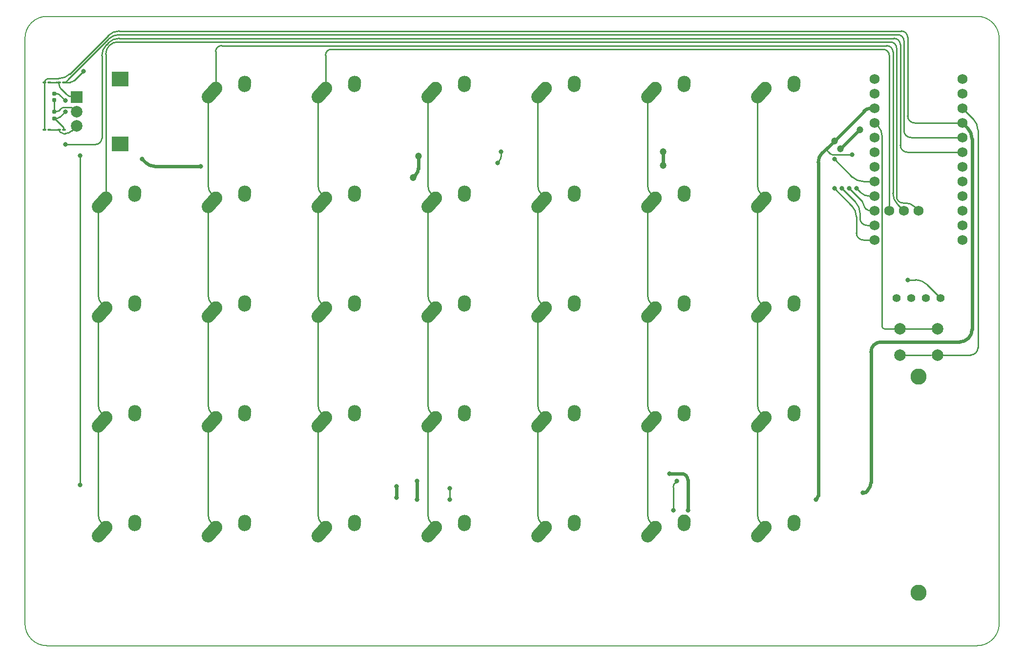
<source format=gbr>
%TF.GenerationSoftware,KiCad,Pcbnew,(6.0.1)*%
%TF.CreationDate,2022-04-03T20:03:39+01:00*%
%TF.ProjectId,Keyboard Left Hand Side,4b657962-6f61-4726-9420-4c6566742048,rev?*%
%TF.SameCoordinates,Original*%
%TF.FileFunction,Copper,L1,Top*%
%TF.FilePolarity,Positive*%
%FSLAX46Y46*%
G04 Gerber Fmt 4.6, Leading zero omitted, Abs format (unit mm)*
G04 Created by KiCad (PCBNEW (6.0.1)) date 2022-04-03 20:03:39*
%MOMM*%
%LPD*%
G01*
G04 APERTURE LIST*
G04 Aperture macros list*
%AMRoundRect*
0 Rectangle with rounded corners*
0 $1 Rounding radius*
0 $2 $3 $4 $5 $6 $7 $8 $9 X,Y pos of 4 corners*
0 Add a 4 corners polygon primitive as box body*
4,1,4,$2,$3,$4,$5,$6,$7,$8,$9,$2,$3,0*
0 Add four circle primitives for the rounded corners*
1,1,$1+$1,$2,$3*
1,1,$1+$1,$4,$5*
1,1,$1+$1,$6,$7*
1,1,$1+$1,$8,$9*
0 Add four rect primitives between the rounded corners*
20,1,$1+$1,$2,$3,$4,$5,0*
20,1,$1+$1,$4,$5,$6,$7,0*
20,1,$1+$1,$6,$7,$8,$9,0*
20,1,$1+$1,$8,$9,$2,$3,0*%
%AMHorizOval*
0 Thick line with rounded ends*
0 $1 width*
0 $2 $3 position (X,Y) of the first rounded end (center of the circle)*
0 $4 $5 position (X,Y) of the second rounded end (center of the circle)*
0 Add line between two ends*
20,1,$1,$2,$3,$4,$5,0*
0 Add two circle primitives to create the rounded ends*
1,1,$1,$2,$3*
1,1,$1,$4,$5*%
G04 Aperture macros list end*
%TA.AperFunction,Profile*%
%ADD10C,0.200000*%
%TD*%
%TA.AperFunction,ComponentPad*%
%ADD11C,2.250000*%
%TD*%
%TA.AperFunction,ComponentPad*%
%ADD12HorizOval,2.250000X0.655001X0.730000X-0.655001X-0.730000X0*%
%TD*%
%TA.AperFunction,ComponentPad*%
%ADD13HorizOval,2.250000X0.020000X0.290000X-0.020000X-0.290000X0*%
%TD*%
%TA.AperFunction,SMDPad,CuDef*%
%ADD14RoundRect,0.100000X-0.217500X-0.100000X0.217500X-0.100000X0.217500X0.100000X-0.217500X0.100000X0*%
%TD*%
%TA.AperFunction,ComponentPad*%
%ADD15C,1.397000*%
%TD*%
%TA.AperFunction,SMDPad,CuDef*%
%ADD16RoundRect,0.155000X0.155000X-0.212500X0.155000X0.212500X-0.155000X0.212500X-0.155000X-0.212500X0*%
%TD*%
%TA.AperFunction,ComponentPad*%
%ADD17R,2.000000X2.000000*%
%TD*%
%TA.AperFunction,ComponentPad*%
%ADD18C,2.000000*%
%TD*%
%TA.AperFunction,ComponentPad*%
%ADD19R,3.000000X2.500000*%
%TD*%
%TA.AperFunction,SMDPad,CuDef*%
%ADD20RoundRect,0.100000X0.217500X0.100000X-0.217500X0.100000X-0.217500X-0.100000X0.217500X-0.100000X0*%
%TD*%
%TA.AperFunction,ComponentPad*%
%ADD21C,1.752600*%
%TD*%
%TA.AperFunction,ComponentPad*%
%ADD22C,2.800000*%
%TD*%
%TA.AperFunction,ViaPad*%
%ADD23C,1.200000*%
%TD*%
%TA.AperFunction,ViaPad*%
%ADD24C,0.800000*%
%TD*%
%TA.AperFunction,Conductor*%
%ADD25C,0.250000*%
%TD*%
%TA.AperFunction,Conductor*%
%ADD26C,0.600000*%
%TD*%
G04 APERTURE END LIST*
D10*
X34925003Y-140335000D02*
G75*
G03*
X38735000Y-144145000I3809997J-3D01*
G01*
X200025000Y-144144997D02*
G75*
G03*
X203835000Y-140335000I3J3809997D01*
G01*
X203834997Y-38735000D02*
G75*
G03*
X200025000Y-34925000I-3809997J3D01*
G01*
X38735000Y-34925003D02*
G75*
G03*
X34925000Y-38735000I-3J-3809997D01*
G01*
X34925000Y-140335000D02*
X34925000Y-38735000D01*
X200025000Y-144145000D02*
X38735000Y-144145000D01*
X203835000Y-38735000D02*
X203835000Y-140335000D01*
X38735000Y-34925000D02*
X200025000Y-34925000D01*
D11*
X87035000Y-47435000D03*
D12*
X86380001Y-48165000D03*
D11*
X92075000Y-46355000D03*
D13*
X92055000Y-46645000D03*
D12*
X48280001Y-67215000D03*
D11*
X48935000Y-66485000D03*
D13*
X53955000Y-65695000D03*
D11*
X53975000Y-65405000D03*
D12*
X86380001Y-86265000D03*
D11*
X87035000Y-85535000D03*
X92075000Y-84455000D03*
D13*
X92055000Y-84745000D03*
D12*
X105430001Y-48165000D03*
D11*
X106085000Y-47435000D03*
D13*
X111105000Y-46645000D03*
D11*
X111125000Y-46355000D03*
X67985000Y-123635000D03*
D12*
X67330001Y-124365000D03*
D11*
X73025000Y-122555000D03*
D13*
X73005000Y-122845000D03*
D12*
X105430001Y-105315000D03*
D11*
X106085000Y-104585000D03*
D13*
X111105000Y-103795000D03*
D11*
X111125000Y-103505000D03*
D12*
X143530001Y-67215000D03*
D11*
X144185000Y-66485000D03*
D13*
X149205000Y-65695000D03*
D11*
X149225000Y-65405000D03*
X125135000Y-66485000D03*
D12*
X124480001Y-67215000D03*
D13*
X130155000Y-65695000D03*
D11*
X130175000Y-65405000D03*
X144185000Y-47435000D03*
D12*
X143530001Y-48165000D03*
D11*
X149225000Y-46355000D03*
D13*
X149205000Y-46645000D03*
D11*
X48935000Y-104585000D03*
D12*
X48280001Y-105315000D03*
D11*
X53975000Y-103505000D03*
D13*
X53955000Y-103795000D03*
D11*
X106085000Y-85535000D03*
D12*
X105430001Y-86265000D03*
D11*
X111125000Y-84455000D03*
D13*
X111105000Y-84745000D03*
D12*
X48280001Y-124365000D03*
D11*
X48935000Y-123635000D03*
D13*
X53955000Y-122845000D03*
D11*
X53975000Y-122555000D03*
D12*
X105430001Y-124365000D03*
D11*
X106085000Y-123635000D03*
X111125000Y-122555000D03*
D13*
X111105000Y-122845000D03*
D14*
X38327500Y-54610000D03*
X39142500Y-54610000D03*
D11*
X163235000Y-85535000D03*
D12*
X162580001Y-86265000D03*
D11*
X168275000Y-84455000D03*
D13*
X168255000Y-84745000D03*
D15*
X193665000Y-83820000D03*
X191125000Y-83820000D03*
X188585000Y-83820000D03*
X186045000Y-83820000D03*
D11*
X67985000Y-104585000D03*
D12*
X67330001Y-105315000D03*
D13*
X73005000Y-103795000D03*
D11*
X73025000Y-103505000D03*
D12*
X67330001Y-67215000D03*
D11*
X67985000Y-66485000D03*
D13*
X73005000Y-65695000D03*
D11*
X73025000Y-65405000D03*
D12*
X67330001Y-48165000D03*
D11*
X67985000Y-47435000D03*
X73025000Y-46355000D03*
D13*
X73005000Y-46645000D03*
D11*
X125135000Y-47435000D03*
D12*
X124480001Y-48165000D03*
D11*
X130175000Y-46355000D03*
D13*
X130155000Y-46645000D03*
D11*
X125135000Y-85535000D03*
D12*
X124480001Y-86265000D03*
D13*
X130155000Y-84745000D03*
D11*
X130175000Y-84455000D03*
D12*
X124480001Y-105315000D03*
D11*
X125135000Y-104585000D03*
D13*
X130155000Y-103795000D03*
D11*
X130175000Y-103505000D03*
D12*
X67330001Y-86265000D03*
D11*
X67985000Y-85535000D03*
X73025000Y-84455000D03*
D13*
X73005000Y-84745000D03*
D12*
X105430001Y-67215000D03*
D11*
X106085000Y-66485000D03*
X111125000Y-65405000D03*
D13*
X111105000Y-65695000D03*
D11*
X163235000Y-47435000D03*
D12*
X162580001Y-48165000D03*
D13*
X168255000Y-46645000D03*
D11*
X168275000Y-46355000D03*
X144185000Y-104585000D03*
D12*
X143530001Y-105315000D03*
D13*
X149205000Y-103795000D03*
D11*
X149225000Y-103505000D03*
D16*
X40005000Y-49462500D03*
X40005000Y-48327500D03*
X40005000Y-52637500D03*
X40005000Y-51502500D03*
D12*
X143534401Y-124357200D03*
D11*
X144189400Y-123627200D03*
X149229400Y-122547200D03*
D13*
X149209400Y-122837200D03*
D14*
X38327500Y-46355000D03*
X39142500Y-46355000D03*
D11*
X87035000Y-66485000D03*
D12*
X86380001Y-67215000D03*
D13*
X92055000Y-65695000D03*
D11*
X92075000Y-65405000D03*
D17*
X43919800Y-48935000D03*
D18*
X43919800Y-53935000D03*
X43919800Y-51435000D03*
D19*
X51419800Y-45835000D03*
X51419800Y-57035000D03*
D20*
X41682500Y-46355000D03*
X40867500Y-46355000D03*
D12*
X86380001Y-124365000D03*
D11*
X87035000Y-123635000D03*
D13*
X92055000Y-122845000D03*
D11*
X92075000Y-122555000D03*
D12*
X162580001Y-124365000D03*
D11*
X163235000Y-123635000D03*
D13*
X168255000Y-122845000D03*
D11*
X168275000Y-122555000D03*
D20*
X41682500Y-54610000D03*
X40867500Y-54610000D03*
D18*
X186615000Y-89190000D03*
X193115000Y-89190000D03*
X186615000Y-93690000D03*
X193115000Y-93690000D03*
D12*
X124480001Y-124365000D03*
D11*
X125135000Y-123635000D03*
X130175000Y-122555000D03*
D13*
X130155000Y-122845000D03*
D11*
X163235000Y-66485000D03*
D12*
X162580001Y-67215000D03*
D11*
X168275000Y-65405000D03*
D13*
X168255000Y-65695000D03*
D21*
X182245000Y-45801750D03*
X182245000Y-48341750D03*
X182245000Y-50881750D03*
X182245000Y-53421750D03*
X182245000Y-55961750D03*
X182245000Y-58501750D03*
X182245000Y-61041750D03*
X182245000Y-63581750D03*
X182245000Y-66121750D03*
X182245000Y-68661750D03*
X182245000Y-71201750D03*
X182245000Y-73741750D03*
X197485000Y-73741750D03*
X197485000Y-71201750D03*
X197485000Y-68661750D03*
X197485000Y-66121750D03*
X197485000Y-63581750D03*
X197485000Y-61041750D03*
X197485000Y-58501750D03*
X197485000Y-55961750D03*
X197485000Y-53421750D03*
X197485000Y-50881750D03*
X197485000Y-48341750D03*
X197485000Y-45801750D03*
X184785000Y-68661750D03*
X187325000Y-68661750D03*
X189865000Y-68661750D03*
D11*
X48935000Y-85535000D03*
D12*
X48280001Y-86265000D03*
D11*
X53975000Y-84455000D03*
D13*
X53955000Y-84745000D03*
D11*
X87035000Y-104585000D03*
D12*
X86380001Y-105315000D03*
D11*
X92075000Y-103505000D03*
D13*
X92055000Y-103795000D03*
D12*
X143530001Y-86265000D03*
D11*
X144185000Y-85535000D03*
D13*
X149205000Y-84745000D03*
D11*
X149225000Y-84455000D03*
D12*
X162580001Y-105315000D03*
D11*
X163235000Y-104585000D03*
X168275000Y-103505000D03*
D13*
X168255000Y-103795000D03*
D22*
X189865000Y-134955000D03*
X189865000Y-97455000D03*
D23*
X176276000Y-57912000D03*
X145570000Y-60805000D03*
X145570000Y-58420000D03*
D24*
X179070000Y-64770000D03*
X177800000Y-64770000D03*
X176530000Y-64770000D03*
X175260000Y-64770000D03*
X116840000Y-60325000D03*
X117475000Y-58420000D03*
X175260000Y-59690000D03*
X44450000Y-116205000D03*
X44450000Y-59055000D03*
X108585000Y-118745000D03*
X108585000Y-116840000D03*
X147320000Y-120650000D03*
X147955000Y-115570000D03*
X146685000Y-114300000D03*
X99365000Y-116510000D03*
X102870000Y-115570000D03*
X149860000Y-120650000D03*
X99365000Y-118440000D03*
X102870000Y-118745000D03*
X180185000Y-117630000D03*
X65405000Y-60960000D03*
D23*
X179705000Y-54610000D03*
X103124000Y-59182000D03*
D24*
X55245000Y-59690000D03*
D23*
X102235000Y-62865000D03*
D24*
X45085000Y-44450000D03*
X41910000Y-49530000D03*
X41910000Y-51435000D03*
X41910000Y-57150000D03*
X178345489Y-58965489D03*
X187960000Y-80645000D03*
X172085000Y-118745000D03*
D23*
X175260000Y-56515000D03*
D25*
X175847303Y-58965489D02*
G75*
G02*
X175847313Y-58965489I5J-1014776335D01*
G01*
X175846381Y-58965489D02*
G75*
G02*
X175846387Y-58965489I3J-1014776335D01*
G01*
X174987303Y-58965489D02*
G75*
G02*
X174987309Y-58965489I3J-1014776335D01*
G01*
X175846759Y-58965489D02*
G75*
G02*
X175846769Y-58965489I5J-1014776335D01*
G01*
X174988580Y-58965489D02*
G75*
G02*
X174988586Y-58965489I3J-1014776335D01*
G01*
X175237753Y-58965489D02*
X175237486Y-58965489D01*
X175643541Y-58965489D02*
X175635018Y-58965489D01*
X175217377Y-58965489D02*
X175216711Y-58965489D01*
X175844903Y-58965489D02*
X175844769Y-58965489D01*
X175033419Y-58965489D02*
X175032702Y-58965489D01*
X175201129Y-58965489D02*
X175200596Y-58965489D01*
X176296502Y-58965489D02*
X176296235Y-58965489D01*
X175087361Y-58965489D02*
X175086230Y-58965489D01*
X174992278Y-58965489D02*
X174992245Y-58965489D01*
X174997455Y-58965489D02*
X174997413Y-58965489D01*
X175858622Y-58965489D02*
X175858056Y-58965489D01*
X175007861Y-58965489D02*
X175007669Y-58965489D01*
X175245713Y-58965489D02*
X175245513Y-58965489D01*
X175043068Y-58965489D02*
X175043034Y-58965489D01*
X175865543Y-58965489D02*
X175865309Y-58965489D01*
X175770593Y-58965489D02*
X175770060Y-58965489D01*
X175180087Y-58965489D02*
X175179554Y-58965489D01*
X175953742Y-58965489D02*
X175953409Y-58965489D01*
X174987827Y-58965489D02*
X174987785Y-58965489D01*
X175470179Y-58965489D02*
X175458926Y-58965489D01*
X175853171Y-58965489D02*
X175853121Y-58965489D01*
X175867299Y-58965489D02*
X175866948Y-58965489D01*
X175847199Y-58965489D02*
X175847032Y-58965489D01*
X175963898Y-58965489D02*
X175963764Y-58965489D01*
X175843305Y-58965489D02*
X175843039Y-58965489D01*
X174988851Y-58965489D02*
X174988691Y-58965489D01*
X175846926Y-58965489D02*
X175846880Y-58965489D01*
X175051895Y-58965489D02*
X175051526Y-58965489D01*
X175024191Y-58965489D02*
X175024022Y-58965489D01*
X176022195Y-58965489D02*
X176022161Y-58965489D01*
X175220040Y-58965489D02*
X175219507Y-58965489D01*
X175369735Y-58965489D02*
X175369201Y-58965489D01*
X175892545Y-58965489D02*
X175892344Y-58965489D01*
X175855459Y-58965489D02*
X175855026Y-58965489D01*
X176223655Y-58965489D02*
X176223576Y-58965489D01*
X175809745Y-58965489D02*
X175806906Y-58965489D01*
X175230829Y-58965489D02*
X175230429Y-58965489D01*
X174997572Y-58965489D02*
X174997539Y-58965489D01*
X177330080Y-58965489D02*
X177212595Y-58965489D01*
X176226199Y-58965489D02*
X176226003Y-58965489D01*
X176235441Y-58965489D02*
X176235241Y-58965489D01*
X175134941Y-58965489D02*
X175134908Y-58965489D01*
X175860135Y-58965489D02*
X175860110Y-58965489D01*
X176233925Y-58965489D02*
X176233817Y-58965489D01*
X174989549Y-58965489D02*
X174989515Y-58965489D01*
X176272818Y-58965489D02*
X176272784Y-58965489D01*
X176304626Y-58965489D02*
X176304093Y-58965489D01*
X174993201Y-58965489D02*
X174992979Y-58965489D01*
X178219609Y-58965489D02*
X178214015Y-58965489D01*
X175007229Y-58965489D02*
X175007095Y-58965489D01*
X178325905Y-58965489D02*
X178320310Y-58965489D01*
X175021777Y-58965489D02*
X175021445Y-58965489D01*
X174997413Y-58965489D02*
X174997371Y-58965489D01*
X176267607Y-58965489D02*
X176267075Y-58965489D01*
X175040519Y-58965489D02*
X175038388Y-58965489D01*
X174992245Y-58965489D02*
X174992212Y-58965489D01*
X175947850Y-58965489D02*
X175947584Y-58965489D01*
X175065202Y-58965489D02*
X175065029Y-58965489D01*
X175204592Y-58965489D02*
X175202461Y-58965489D01*
X176418096Y-58965489D02*
X176417031Y-58965489D01*
X176178774Y-58965489D02*
X176178241Y-58965489D01*
X175131410Y-58965489D02*
X175129991Y-58965489D01*
X175974983Y-58965489D02*
X175974651Y-58965489D01*
X175042633Y-58965489D02*
X175041934Y-58965489D01*
X175958900Y-58965489D02*
X175957835Y-58965489D01*
X174989617Y-58965489D02*
X174989583Y-58965489D01*
X175063758Y-58965489D02*
X175063626Y-58965489D01*
X175063362Y-58965489D02*
X175063230Y-58965489D01*
X174999507Y-58965489D02*
X174998969Y-58965489D01*
X175866085Y-58965489D02*
X175866006Y-58965489D01*
X175058667Y-58965489D02*
X175057698Y-58965489D01*
X175847740Y-58965489D02*
X175847565Y-58965489D01*
X175435921Y-58965489D02*
X175425001Y-58965489D01*
X175363039Y-58965489D02*
X175361508Y-58965489D01*
X176427685Y-58965489D02*
X176424489Y-58965489D01*
X176375876Y-58965489D02*
X176375610Y-58965489D01*
X175101531Y-58965489D02*
X175101297Y-58965489D01*
X175044582Y-58965489D02*
X175044449Y-58965489D01*
X175264487Y-58965489D02*
X175263356Y-58965489D01*
X176003251Y-58965489D02*
X175999789Y-58965489D01*
X175074080Y-58965489D02*
X175073813Y-58965489D01*
X176352506Y-58965489D02*
X176352373Y-58965489D01*
X175193540Y-58965489D02*
X175192208Y-58965489D01*
X175027205Y-58965489D02*
X175027028Y-58965489D01*
X175848473Y-58965489D02*
X175848414Y-58965489D01*
X175240585Y-58965489D02*
X175240385Y-58965489D01*
X176051059Y-58965489D02*
X176050526Y-58965489D01*
X175045498Y-58965489D02*
X175045464Y-58965489D01*
X175856191Y-58965489D02*
X175855892Y-58965489D01*
X175066625Y-58965489D02*
X175066093Y-58965489D01*
X175860192Y-58965489D02*
X175860146Y-58965489D01*
X176222424Y-58965489D02*
X176222058Y-58965489D01*
X175240152Y-58965489D02*
X175239886Y-58965489D01*
X175134908Y-58965489D02*
X175134875Y-58965489D01*
X176387196Y-58965489D02*
X176385065Y-58965489D01*
X176297036Y-58965489D02*
X176296769Y-58965489D01*
X175824127Y-58965489D02*
X175823994Y-58965489D01*
X176212434Y-58965489D02*
X176212367Y-58965489D01*
X175860401Y-58965489D02*
X175860395Y-58965489D01*
X175301680Y-58965489D02*
X175300348Y-58965489D01*
X174997771Y-58965489D02*
X174997738Y-58965489D01*
X175824260Y-58965489D02*
X175824127Y-58965489D01*
X176024691Y-58965489D02*
X176024159Y-58965489D01*
X176157767Y-58965489D02*
X176156368Y-58965489D01*
X174987352Y-58965489D02*
X174987319Y-58965489D01*
X174992212Y-58965489D02*
X174992179Y-58965489D01*
X176234084Y-58965489D02*
X176234040Y-58965489D01*
X175867542Y-58965489D02*
X175867408Y-58965489D01*
X175852863Y-58965489D02*
X175852397Y-58965489D01*
X175953309Y-58965489D02*
X175953176Y-58965489D01*
X175890316Y-58965489D02*
X175889516Y-58965489D01*
X175850231Y-58965489D02*
X175850098Y-58965489D01*
X175837976Y-58965489D02*
X175836911Y-58965489D01*
X177928696Y-58965489D02*
X177923102Y-58965489D01*
X175852230Y-58965489D02*
X175852097Y-58965489D01*
X175948650Y-58965489D02*
X175948382Y-58965489D01*
X175888449Y-58965489D02*
X175888016Y-58965489D01*
X175850364Y-58965489D02*
X175850231Y-58965489D01*
X176259799Y-58965489D02*
X176259232Y-58965489D01*
X175880357Y-58965489D02*
X175879625Y-58965489D01*
X175000039Y-58965489D02*
X174999507Y-58965489D01*
X176078760Y-58965489D02*
X176077160Y-58965489D01*
X175320191Y-58965489D02*
X175319123Y-58965489D01*
X175388377Y-58965489D02*
X175387312Y-58965489D01*
X176212635Y-58965489D02*
X176212568Y-58965489D01*
X176294805Y-58965489D02*
X176294205Y-58965489D01*
X175267852Y-58965489D02*
X175266520Y-58965489D01*
X175023924Y-58965489D02*
X175023890Y-58965489D01*
X175895611Y-58965489D02*
X175894345Y-58965489D01*
X175100847Y-58965489D02*
X175100714Y-58965489D01*
X176312084Y-58965489D02*
X176308355Y-58965489D01*
X174995484Y-58965489D02*
X174995397Y-58965489D01*
X175045380Y-58965489D02*
X175045247Y-58965489D01*
X175951146Y-58965489D02*
X175951080Y-58965489D01*
X175029199Y-58965489D02*
X175029066Y-58965489D01*
X176321142Y-58965489D02*
X176320076Y-58965489D01*
X175051043Y-58965489D02*
X175050445Y-58965489D01*
X174989120Y-58965489D02*
X174989114Y-58965489D01*
X175871669Y-58965489D02*
X175871004Y-58965489D01*
X175898549Y-58965489D02*
X175897167Y-58965489D01*
X174990004Y-58965489D02*
X174989955Y-58965489D01*
X175377724Y-58965489D02*
X175376659Y-58965489D01*
X176052191Y-58965489D02*
X176051259Y-58965489D01*
X176334990Y-58965489D02*
X176333925Y-58965489D01*
X176270268Y-58965489D02*
X176269735Y-58965489D01*
X176273466Y-58965489D02*
X176273400Y-58965489D01*
X174997738Y-58965489D02*
X174997705Y-58965489D01*
X174992179Y-58965489D02*
X174992146Y-58965489D01*
X175068885Y-58965489D02*
X175068752Y-58965489D01*
X176283318Y-58965489D02*
X176283185Y-58965489D01*
X176273000Y-58965489D02*
X176272934Y-58965489D01*
X176455052Y-58965489D02*
X176448260Y-58965489D01*
X175386247Y-58965489D02*
X175385182Y-58965489D01*
X175677366Y-58965489D02*
X175674703Y-58965489D01*
X175018364Y-58965489D02*
X175018327Y-58965489D01*
X175069018Y-58965489D02*
X175068885Y-58965489D01*
X174997237Y-58965489D02*
X174997104Y-58965489D01*
X174998261Y-58965489D02*
X174998077Y-58965489D01*
X177558758Y-58965489D02*
X177534981Y-58965489D01*
X176342450Y-58965489D02*
X176340053Y-58965489D01*
X174998436Y-58965489D02*
X174998261Y-58965489D01*
X175060956Y-58965489D02*
X175060573Y-58965489D01*
X175028668Y-58965489D02*
X175028532Y-58965489D01*
X175853121Y-58965489D02*
X175853071Y-58965489D01*
X174995397Y-58965489D02*
X174995310Y-58965489D01*
X177841978Y-58965489D02*
X177819601Y-58965489D01*
X175950913Y-58965489D02*
X175950514Y-58965489D01*
X175680830Y-58965489D02*
X175677633Y-58965489D01*
X175074746Y-58965489D02*
X175074213Y-58965489D01*
X175830146Y-58965489D02*
X175829963Y-58965489D01*
X176233077Y-58965489D02*
X176233043Y-58965489D01*
X175053709Y-58965489D02*
X175052377Y-58965489D01*
X175831454Y-58965489D02*
X175831188Y-58965489D01*
X175047180Y-58965489D02*
X175047113Y-58965489D01*
X175846088Y-58965489D02*
X175845976Y-58965489D01*
X175237987Y-58965489D02*
X175237920Y-58965489D01*
X176895951Y-58965489D02*
X176734265Y-58965489D01*
X175866278Y-58965489D02*
X175866244Y-58965489D01*
X176012171Y-58965489D02*
X176011771Y-58965489D01*
X176281854Y-58965489D02*
X176281588Y-58965489D01*
X176281154Y-58965489D02*
X176280821Y-58965489D01*
X175864445Y-58965489D02*
X175864345Y-58965489D01*
X174992113Y-58965489D02*
X174992049Y-58965489D01*
X176061181Y-58965489D02*
X176058251Y-58965489D01*
X175064491Y-58965489D02*
X175064362Y-58965489D01*
X176103795Y-58965489D02*
X176098968Y-58965489D01*
X176114615Y-58965489D02*
X176114282Y-58965489D01*
X176228826Y-58965489D02*
X176228730Y-58965489D01*
X175956771Y-58965489D02*
X175956505Y-58965489D01*
X175235654Y-58965489D02*
X175235321Y-58965489D01*
X175872068Y-58965489D02*
X175871935Y-58965489D01*
X177915411Y-58965489D02*
X177914011Y-58965489D01*
X175114216Y-58965489D02*
X175113184Y-58965489D01*
X175265186Y-58965489D02*
X175264919Y-58965489D01*
X174997705Y-58965489D02*
X174997672Y-58965489D01*
X176184426Y-58965489D02*
X176184342Y-58965489D01*
X175296885Y-58965489D02*
X175291291Y-58965489D01*
X175013711Y-58965489D02*
X175012829Y-58965489D01*
X175872201Y-58965489D02*
X175872068Y-58965489D01*
X175856382Y-58965489D02*
X175856299Y-58965489D01*
X175106574Y-58965489D02*
X175106441Y-58965489D01*
X176223387Y-58965489D02*
X176223088Y-58965489D01*
X175845439Y-58965489D02*
X175845305Y-58965489D01*
X175845305Y-58965489D02*
X175845171Y-58965489D01*
X174987848Y-58965489D02*
X174987838Y-58965489D01*
X175848099Y-58965489D02*
X175847941Y-58965489D01*
X175106707Y-58965489D02*
X175106574Y-58965489D01*
X175225001Y-58965489D02*
X175224668Y-58965489D01*
X174998792Y-58965489D02*
X174998611Y-58965489D01*
X176200747Y-58965489D02*
X176198616Y-58965489D01*
X176350975Y-58965489D02*
X176348045Y-58965489D01*
X175853995Y-58965489D02*
X175853429Y-58965489D01*
X175043034Y-58965489D02*
X175043000Y-58965489D01*
X175977514Y-58965489D02*
X175977048Y-58965489D01*
X176146281Y-58965489D02*
X176145881Y-58965489D01*
X175926940Y-58965489D02*
X175922679Y-58965489D01*
X176275746Y-58965489D02*
X176275712Y-58965489D01*
X176180772Y-58965489D02*
X176180239Y-58965489D01*
X175845645Y-58965489D02*
X175845463Y-58965489D01*
X175185782Y-58965489D02*
X175184384Y-58965489D01*
X175002699Y-58965489D02*
X175002633Y-58965489D01*
X175333145Y-58965489D02*
X175331746Y-58965489D01*
X175988736Y-58965489D02*
X175986604Y-58965489D01*
X175956305Y-58965489D02*
X175956172Y-58965489D01*
X175029583Y-58965489D02*
X175029483Y-58965489D01*
X175210986Y-58965489D02*
X175208854Y-58965489D01*
X174989748Y-58965489D02*
X174989715Y-58965489D01*
X175095828Y-58965489D02*
X175094413Y-58965489D01*
X175103778Y-58965489D02*
X175103046Y-58965489D01*
X176227608Y-58965489D02*
X176227350Y-58965489D01*
X176352639Y-58965489D02*
X176352506Y-58965489D01*
X174987273Y-58965489D02*
X174987255Y-58965489D01*
X175734900Y-58965489D02*
X175734101Y-58965489D01*
X176022161Y-58965489D02*
X176022127Y-58965489D01*
X178230798Y-58965489D02*
X178225203Y-58965489D01*
X175072480Y-58965489D02*
X175071947Y-58965489D01*
X175827726Y-58965489D02*
X175827060Y-58965489D01*
X175718386Y-58965489D02*
X175708265Y-58965489D01*
X175832385Y-58965489D02*
X175831853Y-58965489D01*
X175097969Y-58965489D02*
X175097935Y-58965489D01*
X175019363Y-58965489D02*
X175019329Y-58965489D01*
X176265476Y-58965489D02*
X176264943Y-58965489D01*
X177956667Y-58965489D02*
X177951072Y-58965489D01*
X175999789Y-58965489D02*
X175996327Y-58965489D01*
X174997539Y-58965489D02*
X174997505Y-58965489D01*
X175236387Y-58965489D02*
X175236187Y-58965489D01*
X176166024Y-58965489D02*
X176163960Y-58965489D01*
X175201662Y-58965489D02*
X175201129Y-58965489D01*
X176271067Y-58965489D02*
X176270734Y-58965489D01*
X174987518Y-58965489D02*
X174987468Y-58965489D01*
X176227948Y-58965489D02*
X176227757Y-58965489D01*
X175183252Y-58965489D02*
X175182386Y-58965489D01*
X175824393Y-58965489D02*
X175824260Y-58965489D01*
X175771126Y-58965489D02*
X175770593Y-58965489D01*
X175180620Y-58965489D02*
X175180087Y-58965489D01*
X176040405Y-58965489D02*
X176039873Y-58965489D01*
X177724495Y-58965489D02*
X177713306Y-58965489D01*
X176038277Y-58965489D02*
X176037745Y-58965489D01*
X175846759Y-58965489D02*
X175846791Y-58965489D01*
X175846791Y-58965489D02*
X175846769Y-58965489D01*
X175050279Y-58965489D02*
X175050012Y-58965489D01*
X175329615Y-58965489D02*
X175329549Y-58965489D01*
X176375610Y-58965489D02*
X176375344Y-58965489D01*
X175022109Y-58965489D02*
X175021777Y-58965489D01*
X176055320Y-58965489D02*
X176052923Y-58965489D01*
X175034836Y-58965489D02*
X175034126Y-58965489D01*
X175323389Y-58965489D02*
X175322323Y-58965489D01*
X175850505Y-58965489D02*
X175850364Y-58965489D01*
X176225843Y-58965489D02*
X176225802Y-58965489D01*
X178311220Y-58965489D02*
X178304227Y-58965489D01*
X176234443Y-58965489D02*
X176234309Y-58965489D01*
X175238554Y-58965489D02*
X175238154Y-58965489D01*
X176272852Y-58965489D02*
X176272818Y-58965489D01*
X174989583Y-58965489D02*
X174989549Y-58965489D01*
X176012571Y-58965489D02*
X176012171Y-58965489D01*
X175021113Y-58965489D02*
X175020781Y-58965489D01*
X175086230Y-58965489D02*
X175085099Y-58965489D01*
X176281421Y-58965489D02*
X176281354Y-58965489D01*
X175006692Y-58965489D02*
X175006651Y-58965489D01*
X175220340Y-58965489D02*
X175220273Y-58965489D01*
X175009124Y-58965489D02*
X175008991Y-58965489D01*
X175291291Y-58965489D02*
X175285697Y-58965489D01*
X176385065Y-58965489D02*
X176382935Y-58965489D01*
X178241289Y-58965489D02*
X178239890Y-58965489D01*
X174989715Y-58965489D02*
X174989682Y-58965489D01*
X175035548Y-58965489D02*
X175034836Y-58965489D01*
X175973186Y-58965489D02*
X175972320Y-58965489D01*
X175977980Y-58965489D02*
X175977514Y-58965489D01*
X175959966Y-58965489D02*
X175958900Y-58965489D01*
X176226727Y-58965489D02*
X176226598Y-58965489D01*
X175082287Y-58965489D02*
X175082121Y-58965489D01*
X175774788Y-58965489D02*
X175773323Y-58965489D01*
X178318212Y-58965489D02*
X178316814Y-58965489D01*
X176275595Y-58965489D02*
X176275328Y-58965489D01*
X175045464Y-58965489D02*
X175045430Y-58965489D01*
X176356569Y-58965489D02*
X176353905Y-58965489D01*
X176124434Y-58965489D02*
X176123101Y-58965489D01*
X175869408Y-58965489D02*
X175868742Y-58965489D01*
X175652064Y-58965489D02*
X175643541Y-58965489D01*
X176228730Y-58965489D02*
X176228634Y-58965489D01*
X174990180Y-58965489D02*
X174990047Y-58965489D01*
X176373879Y-58965489D02*
X176372814Y-58965489D01*
X175032702Y-58965489D02*
X175031998Y-58965489D01*
X175866390Y-58965489D02*
X175866304Y-58965489D01*
X175262657Y-58965489D02*
X175260127Y-58965489D01*
X175850739Y-58965489D02*
X175850622Y-58965489D01*
X175255198Y-58965489D02*
X175254133Y-58965489D01*
X176171083Y-58965489D02*
X176170584Y-58965489D01*
X175660587Y-58965489D02*
X175652064Y-58965489D01*
X176146580Y-58965489D02*
X176146381Y-58965489D01*
X175828890Y-58965489D02*
X175828824Y-58965489D01*
X175146561Y-58965489D02*
X175143507Y-58965489D01*
X175048247Y-58965489D02*
X175047981Y-58965489D01*
X175003529Y-58965489D02*
X175003196Y-58965489D01*
X175029926Y-58965489D02*
X175029842Y-58965489D01*
X174987446Y-58965489D02*
X174987418Y-58965489D01*
X176210612Y-58965489D02*
X176210062Y-58965489D01*
X175069151Y-58965489D02*
X175069018Y-58965489D01*
X175199265Y-58965489D02*
X175198200Y-58965489D01*
X176376542Y-58965489D02*
X176376009Y-58965489D01*
X175249871Y-58965489D02*
X175248806Y-58965489D01*
X175418342Y-58965489D02*
X175415945Y-58965489D01*
X175318058Y-58965489D02*
X175316993Y-58965489D01*
X175861135Y-58965489D02*
X175861103Y-58965489D01*
X176161463Y-58965489D02*
X176158533Y-58965489D01*
X175246012Y-58965489D02*
X175245746Y-58965489D01*
X175861513Y-58965489D02*
X175861417Y-58965489D01*
X175233090Y-58965489D02*
X175232957Y-58965489D01*
X176058118Y-58965489D02*
X176055454Y-58965489D01*
X174991574Y-58965489D02*
X174991490Y-58965489D01*
X176225704Y-58965489D02*
X176225467Y-58965489D01*
X174994994Y-58965489D02*
X174994932Y-58965489D01*
X175230396Y-58965489D02*
X175229930Y-58965489D01*
X176173755Y-58965489D02*
X176172473Y-58965489D01*
X175046114Y-58965489D02*
X175045914Y-58965489D01*
X175073013Y-58965489D02*
X175072480Y-58965489D01*
X178001424Y-58965489D02*
X177973451Y-58965489D01*
X175829621Y-58965489D02*
X175829555Y-58965489D01*
X175370299Y-58965489D02*
X175370101Y-58965489D01*
X175827060Y-58965489D02*
X175826394Y-58965489D01*
X175236153Y-58965489D02*
X175236020Y-58965489D01*
X176367687Y-58965489D02*
X176367288Y-58965489D01*
X175405291Y-58965489D02*
X175403959Y-58965489D01*
X174994311Y-58965489D02*
X174994088Y-58965489D01*
X175270781Y-58965489D02*
X175269450Y-58965489D01*
X177402809Y-58965489D02*
X177374836Y-58965489D01*
X174989381Y-58965489D02*
X174989214Y-58965489D01*
X176176809Y-58965489D02*
X176175544Y-58965489D01*
X175848833Y-58965489D02*
X175848733Y-58965489D01*
X176075029Y-58965489D02*
X176072367Y-58965489D01*
X175870140Y-58965489D02*
X175869874Y-58965489D01*
X175315662Y-58965489D02*
X175315129Y-58965489D01*
X175957037Y-58965489D02*
X175956771Y-58965489D01*
X176025223Y-58965489D02*
X176024691Y-58965489D01*
X178236393Y-58965489D02*
X178230798Y-58965489D01*
X175061339Y-58965489D02*
X175060956Y-58965489D01*
X175846732Y-58965489D02*
X175846694Y-58965489D01*
X175019138Y-58965489D02*
X175019051Y-58965489D01*
X174987418Y-58965489D02*
X174987385Y-58965489D01*
X175866176Y-58965489D02*
X175866142Y-58965489D01*
X175347361Y-58965489D02*
X175343101Y-58965489D01*
X175227465Y-58965489D02*
X175227132Y-58965489D01*
X174987608Y-58965489D02*
X174987559Y-58965489D01*
X175106840Y-58965489D02*
X175106707Y-58965489D01*
X175324688Y-58965489D02*
X175324621Y-58965489D01*
X176223971Y-58965489D02*
X176223829Y-58965489D01*
X175000571Y-58965489D02*
X175000039Y-58965489D01*
X174995074Y-58965489D02*
X174995041Y-58965489D01*
X175101246Y-58965489D02*
X175101113Y-58965489D01*
X176365290Y-58965489D02*
X176365157Y-58965489D01*
X175256530Y-58965489D02*
X175255997Y-58965489D01*
X174991978Y-58965489D02*
X174991891Y-58965489D01*
X176145381Y-58965489D02*
X176144781Y-58965489D01*
X176212568Y-58965489D02*
X176212501Y-58965489D01*
X176274263Y-58965489D02*
X176273996Y-58965489D01*
X175063494Y-58965489D02*
X175063362Y-58965489D01*
X175233523Y-58965489D02*
X175233190Y-58965489D01*
X175956438Y-58965489D02*
X175956305Y-58965489D01*
X176231643Y-58965489D02*
X176230944Y-58965489D01*
X175867810Y-58965489D02*
X175867676Y-58965489D01*
X176220491Y-58965489D02*
X176219792Y-58965489D01*
X176218326Y-58965489D02*
X176218225Y-58965489D01*
X175365603Y-58965489D02*
X175364404Y-58965489D01*
X175864545Y-58965489D02*
X175864445Y-58965489D01*
X176270718Y-58965489D02*
X176270352Y-58965489D01*
X176337656Y-58965489D02*
X176336323Y-58965489D01*
X175951212Y-58965489D02*
X175951146Y-58965489D01*
X175407955Y-58965489D02*
X175406623Y-58965489D01*
X174998077Y-58965489D02*
X174997907Y-58965489D01*
X175135040Y-58965489D02*
X175135007Y-58965489D01*
X175846526Y-58965489D02*
X175846468Y-58965489D01*
X175441880Y-58965489D02*
X175441547Y-58965489D01*
X175088894Y-58965489D02*
X175087495Y-58965489D01*
X176184000Y-58965489D02*
X176183401Y-58965489D01*
X176284118Y-58965489D02*
X176283718Y-58965489D01*
X176415965Y-58965489D02*
X176414899Y-58965489D01*
X175849065Y-58965489D02*
X175848957Y-58965489D01*
X176064111Y-58965489D02*
X176061181Y-58965489D01*
X175351621Y-58965489D02*
X175347361Y-58965489D01*
X174987385Y-58965489D02*
X174987352Y-58965489D01*
X175014595Y-58965489D02*
X175013711Y-58965489D01*
X176142283Y-58965489D02*
X176141884Y-58965489D01*
X176072367Y-58965489D02*
X176069705Y-58965489D01*
X176268122Y-58965489D02*
X176267956Y-58965489D01*
X175875664Y-58965489D02*
X175874199Y-58965489D01*
X175047531Y-58965489D02*
X175047364Y-58965489D01*
X175859188Y-58965489D02*
X175859088Y-58965489D01*
X175905633Y-58965489D02*
X175901371Y-58965489D01*
X176273814Y-58965489D02*
X176273648Y-58965489D01*
X176224230Y-58965489D02*
X176224010Y-58965489D01*
X175970223Y-58965489D02*
X175969422Y-58965489D01*
X176090479Y-58965489D02*
X176086752Y-58965489D01*
X175835846Y-58965489D02*
X175834781Y-58965489D01*
X174995041Y-58965489D02*
X174995008Y-58965489D01*
X175986470Y-58965489D02*
X175984606Y-58965489D01*
X176419161Y-58965489D02*
X176418096Y-58965489D01*
X176268287Y-58965489D02*
X176268254Y-58965489D01*
X175325121Y-58965489D02*
X175324855Y-58965489D01*
X176215616Y-58965489D02*
X176214683Y-58965489D01*
X175963164Y-58965489D02*
X175962098Y-58965489D01*
X175171965Y-58965489D02*
X175168535Y-58965489D01*
X175861417Y-58965489D02*
X175861321Y-58965489D01*
X176572579Y-58965489D02*
X176529963Y-58965489D01*
X175980710Y-58965489D02*
X175979711Y-58965489D01*
X176226598Y-58965489D02*
X176226469Y-58965489D01*
X176233783Y-58965489D02*
X176233608Y-58965489D01*
X176296769Y-58965489D02*
X176296502Y-58965489D01*
X174993422Y-58965489D02*
X174993201Y-58965489D01*
X176268820Y-58965489D02*
X176268720Y-58965489D01*
X175891115Y-58965489D02*
X175890948Y-58965489D01*
X176458581Y-58965489D02*
X176458315Y-58965489D01*
X175019329Y-58965489D02*
X175019295Y-58965489D01*
X175401163Y-58965489D02*
X175397035Y-58965489D01*
X175848593Y-58965489D02*
X175848572Y-58965489D01*
X176273383Y-58965489D02*
X176273283Y-58965489D01*
X175016652Y-58965489D02*
X175016518Y-58965489D01*
X175135007Y-58965489D02*
X175134974Y-58965489D01*
X175083535Y-58965489D02*
X175083069Y-58965489D01*
X176369352Y-58965489D02*
X176369085Y-58965489D01*
X175833716Y-58965489D02*
X175832651Y-58965489D01*
X175311001Y-58965489D02*
X175308471Y-58965489D01*
X175024360Y-58965489D02*
X175024191Y-58965489D01*
X175817560Y-58965489D02*
X175816178Y-58965489D01*
X175115098Y-58965489D02*
X175114365Y-58965489D01*
X174990450Y-58965489D02*
X174990313Y-58965489D01*
X177886735Y-58965489D02*
X177864355Y-58965489D01*
X175006027Y-58965489D02*
X175005994Y-58965489D01*
X176181139Y-58965489D02*
X176180939Y-58965489D01*
X175777850Y-58965489D02*
X175776652Y-58965489D01*
X175847565Y-58965489D02*
X175847390Y-58965489D01*
X177923102Y-58965489D02*
X177917508Y-58965489D01*
X176223576Y-58965489D02*
X176223497Y-58965489D01*
X175843005Y-58965489D02*
X175842672Y-58965489D01*
X176268254Y-58965489D02*
X176268221Y-58965489D01*
X176213376Y-58965489D02*
X176212860Y-58965489D01*
X176295405Y-58965489D02*
X176294805Y-58965489D01*
X176022652Y-58965489D02*
X176022336Y-58965489D01*
X175246510Y-58965489D02*
X175246444Y-58965489D01*
X175045247Y-58965489D02*
X175045114Y-58965489D01*
X175002765Y-58965489D02*
X175002699Y-58965489D01*
X175864345Y-58965489D02*
X175864245Y-58965489D01*
X175325919Y-58965489D02*
X175325653Y-58965489D01*
X175027734Y-58965489D02*
X175027561Y-58965489D01*
X175946785Y-58965489D02*
X175945453Y-58965489D01*
X175001103Y-58965489D02*
X175000571Y-58965489D01*
X175441547Y-58965489D02*
X175441214Y-58965489D01*
X175057304Y-58965489D02*
X175057124Y-58965489D01*
X176266008Y-58965489D02*
X176265476Y-58965489D01*
X176234131Y-58965489D02*
X176234084Y-58965489D01*
X175844102Y-58965489D02*
X175843969Y-58965489D01*
X176228573Y-58965489D02*
X176228356Y-58965489D01*
X176032548Y-58965489D02*
X176029751Y-58965489D01*
X175030630Y-58965489D02*
X175030597Y-58965489D01*
X175628626Y-58965489D02*
X175624364Y-58965489D01*
X176112285Y-58965489D02*
X176108623Y-58965489D01*
X175047981Y-58965489D02*
X175047715Y-58965489D01*
X175181153Y-58965489D02*
X175180620Y-58965489D01*
X175007635Y-58965489D02*
X175007510Y-58965489D01*
X176195421Y-58965489D02*
X176193290Y-58965489D01*
X175742692Y-58965489D02*
X175737231Y-58965489D01*
X175007476Y-58965489D02*
X175007419Y-58965489D01*
X175856465Y-58965489D02*
X175856382Y-58965489D01*
X175005994Y-58965489D02*
X175005961Y-58965489D01*
X175708265Y-58965489D02*
X175698144Y-58965489D01*
X177962262Y-58965489D02*
X177956667Y-58965489D01*
X175830398Y-58965489D02*
X175830288Y-58965489D01*
X176362360Y-58965489D02*
X176362227Y-58965489D01*
X175006783Y-58965489D02*
X175006733Y-58965489D01*
X175008933Y-58965489D02*
X175008684Y-58965489D01*
X175949448Y-58965489D02*
X175949182Y-58965489D01*
X175028266Y-58965489D02*
X175028225Y-58965489D01*
X175016384Y-58965489D02*
X175016250Y-58965489D01*
X176275780Y-58965489D02*
X176275746Y-58965489D01*
X176276662Y-58965489D02*
X176276329Y-58965489D01*
X175006311Y-58965489D02*
X175006277Y-58965489D01*
X175094413Y-58965489D02*
X175092998Y-58965489D01*
X175239220Y-58965489D02*
X175238820Y-58965489D01*
X176049460Y-58965489D02*
X176048927Y-58965489D01*
X176281488Y-58965489D02*
X176281421Y-58965489D01*
X176117943Y-58965489D02*
X176117610Y-58965489D01*
X175019679Y-58965489D02*
X175019646Y-58965489D01*
X175029466Y-58965489D02*
X175029399Y-58965489D01*
X175030465Y-58965489D02*
X175030401Y-58965489D01*
X176297270Y-58965489D02*
X176297070Y-58965489D01*
X176365423Y-58965489D02*
X176365290Y-58965489D01*
X177934290Y-58965489D02*
X177928696Y-58965489D01*
X175943954Y-58965489D02*
X175942556Y-58965489D01*
X175018222Y-58965489D02*
X175018164Y-58965489D01*
X176272934Y-58965489D02*
X176272868Y-58965489D01*
X175319123Y-58965489D02*
X175318058Y-58965489D01*
X175235887Y-58965489D02*
X175235754Y-58965489D01*
X175064601Y-58965489D02*
X175064510Y-58965489D01*
X175104510Y-58965489D02*
X175103778Y-58965489D01*
X175099411Y-58965489D02*
X175099057Y-58965489D01*
X175062494Y-58965489D02*
X175062361Y-58965489D01*
X176122643Y-58965489D02*
X176122226Y-58965489D01*
X175018290Y-58965489D02*
X175018222Y-58965489D01*
X176207140Y-58965489D02*
X176205009Y-58965489D01*
X175869874Y-58965489D02*
X175869608Y-58965489D01*
X175030597Y-58965489D02*
X175030564Y-58965489D01*
X176339787Y-58965489D02*
X176337922Y-58965489D01*
X175948916Y-58965489D02*
X175948650Y-58965489D01*
X175064757Y-58965489D02*
X175064718Y-58965489D01*
X176272734Y-58965489D02*
X176272600Y-58965489D01*
X175080141Y-58965489D02*
X175080073Y-58965489D01*
X176122226Y-58965489D02*
X176121809Y-58965489D01*
X176234661Y-58965489D02*
X176234627Y-58965489D01*
X176184342Y-58965489D02*
X176184258Y-58965489D01*
X175914157Y-58965489D02*
X175909895Y-58965489D01*
X176273532Y-58965489D02*
X176273466Y-58965489D01*
X175395837Y-58965489D02*
X175391575Y-58965489D01*
X175812575Y-58965489D02*
X175809745Y-58965489D01*
X175118845Y-58965489D02*
X175117080Y-58965489D01*
X175865309Y-58965489D02*
X175865084Y-58965489D01*
X176368752Y-58965489D02*
X176368353Y-58965489D01*
X175865950Y-58965489D02*
X175865751Y-58965489D01*
X175892212Y-58965489D02*
X175891747Y-58965489D01*
X175006587Y-58965489D02*
X175006500Y-58965489D01*
X175859021Y-58965489D02*
X175858788Y-58965489D01*
X175691219Y-58965489D02*
X175685359Y-58965489D01*
X176279324Y-58965489D02*
X176279058Y-58965489D01*
X176121271Y-58965489D02*
X176120773Y-58965489D01*
X175757541Y-58965489D02*
X175755410Y-58965489D01*
X175862654Y-58965489D02*
X175862541Y-58965489D01*
X176469766Y-58965489D02*
X176462575Y-58965489D01*
X175862398Y-58965489D02*
X175862021Y-58965489D01*
X175888748Y-58965489D02*
X175888715Y-58965489D01*
X176363492Y-58965489D02*
X176362693Y-58965489D01*
X174987785Y-58965489D02*
X174987741Y-58965489D01*
X175265720Y-58965489D02*
X175265453Y-58965489D01*
X175839041Y-58965489D02*
X175838774Y-58965489D01*
X175331746Y-58965489D02*
X175330347Y-58965489D01*
X175246444Y-58965489D02*
X175246378Y-58965489D01*
X175067604Y-58965489D02*
X175067571Y-58965489D01*
X175019646Y-58965489D02*
X175019613Y-58965489D01*
X175259460Y-58965489D02*
X175257329Y-58965489D01*
X176409371Y-58965489D02*
X176407640Y-58965489D01*
X176137889Y-58965489D02*
X176135891Y-58965489D01*
X175073346Y-58965489D02*
X175073213Y-58965489D01*
X176236507Y-58965489D02*
X176236241Y-58965489D01*
X175855859Y-58965489D02*
X175855493Y-58965489D01*
X174992722Y-58965489D02*
X174992563Y-58965489D01*
X176013668Y-58965489D02*
X176012803Y-58965489D01*
X175174986Y-58965489D02*
X175172373Y-58965489D01*
X176268603Y-58965489D02*
X176268470Y-58965489D01*
X176227177Y-58965489D02*
X176227091Y-58965489D01*
X176232159Y-58965489D02*
X176231826Y-58965489D01*
X175965028Y-58965489D02*
X175964230Y-58965489D01*
X176221024Y-58965489D02*
X176220657Y-58965489D01*
X178016110Y-58965489D02*
X178014711Y-58965489D01*
X176396652Y-58965489D02*
X176394788Y-58965489D01*
X176382935Y-58965489D02*
X176380804Y-58965489D01*
X175856756Y-58965489D02*
X175856623Y-58965489D01*
X175889308Y-58965489D02*
X175888924Y-58965489D01*
X175957502Y-58965489D02*
X175957103Y-58965489D01*
X175181686Y-58965489D02*
X175181153Y-58965489D01*
X175873135Y-58965489D02*
X175872735Y-58965489D01*
X176413633Y-58965489D02*
X176412967Y-58965489D01*
X174997371Y-58965489D02*
X174997327Y-58965489D01*
X176307290Y-58965489D02*
X176305692Y-58965489D01*
X176271666Y-58965489D02*
X176271533Y-58965489D01*
X175848532Y-58965489D02*
X175848473Y-58965489D01*
X176390526Y-58965489D02*
X176390259Y-58965489D01*
X176458847Y-58965489D02*
X176458581Y-58965489D01*
X175041934Y-58965489D02*
X175041235Y-58965489D01*
X175860883Y-58965489D02*
X175860691Y-58965489D01*
X175782644Y-58965489D02*
X175782510Y-58965489D01*
X175888715Y-58965489D02*
X175888682Y-58965489D01*
X175048780Y-58965489D02*
X175048713Y-58965489D01*
X175859754Y-58965489D02*
X175859654Y-58965489D01*
X178202826Y-58965489D02*
X178197232Y-58965489D01*
X175324755Y-58965489D02*
X175324688Y-58965489D01*
X175843471Y-58965489D02*
X175843405Y-58965489D01*
X175067571Y-58965489D02*
X175067538Y-58965489D01*
X175729773Y-58965489D02*
X175723514Y-58965489D01*
X178239890Y-58965489D02*
X178238491Y-58965489D01*
X175961032Y-58965489D02*
X175959966Y-58965489D01*
X175846840Y-58965489D02*
X175846815Y-58965489D01*
X175028166Y-58965489D02*
X175028133Y-58965489D01*
X175370101Y-58965489D02*
X175369903Y-58965489D01*
X175006733Y-58965489D02*
X175006692Y-58965489D01*
X175891440Y-58965489D02*
X175891282Y-58965489D01*
X175231229Y-58965489D02*
X175230829Y-58965489D01*
X176212501Y-58965489D02*
X176212434Y-58965489D01*
X176247813Y-58965489D02*
X176246747Y-58965489D01*
X175028356Y-58965489D02*
X175028307Y-58965489D01*
X175265453Y-58965489D02*
X175265186Y-58965489D01*
X174997855Y-58965489D02*
X174997788Y-58965489D01*
X176039341Y-58965489D02*
X176038809Y-58965489D01*
X175076477Y-58965489D02*
X175075678Y-58965489D01*
X175836911Y-58965489D02*
X175835846Y-58965489D01*
X175096585Y-58965489D02*
X175096552Y-58965489D01*
X176155469Y-58965489D02*
X176155336Y-58965489D01*
X176324340Y-58965489D02*
X176323274Y-58965489D01*
X174989814Y-58965489D02*
X174989781Y-58965489D01*
X176273117Y-58965489D02*
X176273017Y-58965489D01*
X175242249Y-58965489D02*
X175241517Y-58965489D01*
X175378789Y-58965489D02*
X175377724Y-58965489D01*
X175080209Y-58965489D02*
X175080141Y-58965489D01*
X176305159Y-58965489D02*
X176304626Y-58965489D01*
X175848733Y-58965489D02*
X175848633Y-58965489D01*
X176181339Y-58965489D02*
X176181139Y-58965489D01*
X177509105Y-58965489D02*
X177503510Y-58965489D01*
X175003862Y-58965489D02*
X175003529Y-58965489D01*
X175218575Y-58965489D02*
X175218176Y-58965489D01*
X174987919Y-58965489D02*
X174987878Y-58965489D01*
X175387312Y-58965489D02*
X175386247Y-58965489D01*
X175848390Y-58965489D02*
X175848282Y-58965489D01*
X175065385Y-58965489D02*
X175065202Y-58965489D01*
X175069584Y-58965489D02*
X175069251Y-58965489D01*
X175154037Y-58965489D02*
X175150071Y-58965489D01*
X175888682Y-58965489D02*
X175888649Y-58965489D01*
X176360299Y-58965489D02*
X176359765Y-58965489D01*
X176038809Y-58965489D02*
X176038277Y-58965489D01*
X175029842Y-58965489D02*
X175029758Y-58965489D01*
X174994726Y-58965489D02*
X174994568Y-58965489D01*
X175027028Y-58965489D02*
X175026849Y-58965489D01*
X175733302Y-58965489D02*
X175732503Y-58965489D01*
X175412216Y-58965489D02*
X175409819Y-58965489D01*
X176293439Y-58965489D02*
X176291309Y-58965489D01*
X175228797Y-58965489D02*
X175228730Y-58965489D01*
X175820199Y-58965489D02*
X175819133Y-58965489D01*
X175951979Y-58965489D02*
X175951846Y-58965489D01*
X175232957Y-58965489D02*
X175232824Y-58965489D01*
X177492322Y-58965489D02*
X177464350Y-58965489D01*
X175767130Y-58965489D02*
X175764999Y-58965489D01*
X175376659Y-58965489D02*
X175375594Y-58965489D01*
X175059259Y-58965489D02*
X175059044Y-58965489D01*
X175028133Y-58965489D02*
X175028100Y-58965489D01*
X175134199Y-58965489D02*
X175132813Y-58965489D01*
X176226907Y-58965489D02*
X176226861Y-58965489D01*
X175891282Y-58965489D02*
X175891115Y-58965489D01*
X176298735Y-58965489D02*
X176298269Y-58965489D01*
X175781245Y-58965489D02*
X175778582Y-58965489D01*
X175325653Y-58965489D02*
X175325387Y-58965489D01*
X175307772Y-58965489D02*
X175306640Y-58965489D01*
X176263744Y-58965489D02*
X176263478Y-58965489D01*
X175122932Y-58965489D02*
X175121518Y-58965489D01*
X177520295Y-58965489D02*
X177514700Y-58965489D01*
X175096552Y-58965489D02*
X175096519Y-58965489D01*
X175843836Y-58965489D02*
X175843703Y-58965489D01*
X174989781Y-58965489D02*
X174989748Y-58965489D01*
X175080790Y-58965489D02*
X175080425Y-58965489D01*
X174987303Y-58965489D02*
X174987285Y-58965489D01*
X175236020Y-58965489D02*
X175235887Y-58965489D01*
X178259471Y-58965489D02*
X178252478Y-58965489D01*
X176193290Y-58965489D02*
X176191159Y-58965489D01*
X175789835Y-58965489D02*
X175787039Y-58965489D01*
X177914011Y-58965489D02*
X177912611Y-58965489D01*
X176005248Y-58965489D02*
X176004715Y-58965489D01*
X174994535Y-58965489D02*
X174994311Y-58965489D01*
X175213116Y-58965489D02*
X175210986Y-58965489D01*
X176035345Y-58965489D02*
X176032548Y-58965489D01*
X175949182Y-58965489D02*
X175948916Y-58965489D01*
X175004195Y-58965489D02*
X175003862Y-58965489D01*
X175016958Y-58965489D02*
X175016709Y-58965489D01*
X176182362Y-58965489D02*
X176181979Y-58965489D01*
X176364824Y-58965489D02*
X176364025Y-58965489D01*
X175343101Y-58965489D02*
X175338839Y-58965489D01*
X176223829Y-58965489D02*
X176223687Y-58965489D01*
X176242756Y-58965489D02*
X176242436Y-58965489D01*
X175814705Y-58965489D02*
X175813274Y-58965489D01*
X175841772Y-58965489D02*
X175841239Y-58965489D01*
X176094206Y-58965489D02*
X176090479Y-58965489D01*
X176146779Y-58965489D02*
X176146580Y-58965489D01*
X175028100Y-58965489D02*
X175028067Y-58965489D01*
X175007362Y-58965489D02*
X175007315Y-58965489D01*
X175893612Y-58965489D02*
X175893412Y-58965489D01*
X176026421Y-58965489D02*
X176025888Y-58965489D01*
X175062095Y-58965489D02*
X175061962Y-58965489D01*
X175860038Y-58965489D02*
X175859968Y-58965489D01*
X176221391Y-58965489D02*
X176221024Y-58965489D01*
X176023493Y-58965489D02*
X176022827Y-58965489D01*
X176225925Y-58965489D02*
X176225884Y-58965489D01*
X175075678Y-58965489D02*
X175074879Y-58965489D01*
X175062228Y-58965489D02*
X175062095Y-58965489D01*
X176191159Y-58965489D02*
X176189028Y-58965489D01*
X176121769Y-58965489D02*
X176121271Y-58965489D01*
X176229729Y-58965489D02*
X176229367Y-58965489D01*
X175064252Y-58965489D02*
X175063902Y-58965489D01*
X175073479Y-58965489D02*
X175073346Y-58965489D01*
X175846187Y-58965489D02*
X175846158Y-58965489D01*
X175064692Y-58965489D02*
X175064601Y-58965489D01*
X176266543Y-58965489D02*
X176266008Y-58965489D01*
X176139887Y-58965489D02*
X176137889Y-58965489D01*
X175083069Y-58965489D02*
X175082603Y-58965489D01*
X175338839Y-58965489D02*
X175334577Y-58965489D01*
X176268720Y-58965489D02*
X176268620Y-58965489D01*
X175091692Y-58965489D02*
X175090293Y-58965489D01*
X176272067Y-58965489D02*
X176271867Y-58965489D01*
X175001452Y-58965489D02*
X175001286Y-58965489D01*
X176250159Y-58965489D02*
X176250126Y-58965489D01*
X176177708Y-58965489D02*
X176177175Y-58965489D01*
X176300367Y-58965489D02*
X176299833Y-58965489D01*
X176282619Y-58965489D02*
X176282419Y-58965489D01*
X175368667Y-58965489D02*
X175368133Y-58965489D01*
X174997104Y-58965489D02*
X174996971Y-58965489D01*
X176279058Y-58965489D02*
X176278792Y-58965489D01*
X175856889Y-58965489D02*
X175856756Y-58965489D01*
X175048597Y-58965489D02*
X175048431Y-58965489D01*
X175030243Y-58965489D02*
X175030156Y-58965489D01*
X176171582Y-58965489D02*
X176171083Y-58965489D01*
X175787039Y-58965489D02*
X175784243Y-58965489D01*
X175218043Y-58965489D02*
X175217377Y-58965489D01*
X175849498Y-58965489D02*
X175849398Y-58965489D01*
X175367833Y-58965489D02*
X175367767Y-58965489D01*
X177797224Y-58965489D02*
X177774846Y-58965489D01*
X178252478Y-58965489D02*
X178245485Y-58965489D01*
X176393057Y-58965489D02*
X176391459Y-58965489D01*
X175871004Y-58965489D02*
X175870339Y-58965489D01*
X176245165Y-58965489D02*
X176244466Y-58965489D01*
X176271750Y-58965489D02*
X176271716Y-58965489D01*
X175866614Y-58965489D02*
X175866493Y-58965489D01*
X176242967Y-58965489D02*
X176242933Y-58965489D01*
X175034126Y-58965489D02*
X175033419Y-58965489D01*
X176241745Y-58965489D02*
X176241391Y-58965489D01*
X175859853Y-58965489D02*
X175859820Y-58965489D01*
X175951746Y-58965489D02*
X175951679Y-58965489D01*
X174996307Y-58965489D02*
X174996241Y-58965489D01*
X175862021Y-58965489D02*
X175861650Y-58965489D01*
X175028067Y-58965489D02*
X175028034Y-58965489D01*
X176049993Y-58965489D02*
X176049460Y-58965489D01*
X176147878Y-58965489D02*
X176147079Y-58965489D01*
X175860110Y-58965489D02*
X175860085Y-58965489D01*
X176366156Y-58965489D02*
X176365623Y-58965489D01*
X176234309Y-58965489D02*
X176234175Y-58965489D01*
X175045781Y-58965489D02*
X175045581Y-58965489D01*
X175065737Y-58965489D02*
X175065560Y-58965489D01*
X175187180Y-58965489D02*
X175185782Y-58965489D01*
X176282020Y-58965489D02*
X176281954Y-58965489D01*
X176130063Y-58965489D02*
X176128532Y-58965489D01*
X174991114Y-58965489D02*
X174991047Y-58965489D01*
X176380804Y-58965489D02*
X176378673Y-58965489D01*
X176269269Y-58965489D02*
X176268936Y-58965489D01*
X176227091Y-58965489D02*
X176227008Y-58965489D01*
X175890874Y-58965489D02*
X175890558Y-58965489D01*
X176077160Y-58965489D02*
X176075560Y-58965489D01*
X175872735Y-58965489D02*
X175872335Y-58965489D01*
X176250126Y-58965489D02*
X176250093Y-58965489D01*
X177901421Y-58965489D02*
X177894428Y-58965489D01*
X176389327Y-58965489D02*
X176387196Y-58965489D01*
X175851931Y-58965489D02*
X175851731Y-58965489D01*
X174987468Y-58965489D02*
X174987446Y-58965489D01*
X176374944Y-58965489D02*
X176373879Y-58965489D01*
X175247042Y-58965489D02*
X175246709Y-58965489D01*
X175007095Y-58965489D02*
X175006961Y-58965489D01*
X175018987Y-58965489D02*
X175018945Y-58965489D01*
X176271384Y-58965489D02*
X176271284Y-58965489D01*
X175244381Y-58965489D02*
X175243649Y-58965489D01*
X174998611Y-58965489D02*
X174998436Y-58965489D01*
X176369085Y-58965489D02*
X176368818Y-58965489D01*
X175896302Y-58965489D02*
X175896186Y-58965489D01*
X175016518Y-58965489D02*
X175016384Y-58965489D01*
X175884452Y-58965489D02*
X175883385Y-58965489D01*
X174987741Y-58965489D02*
X174987695Y-58965489D01*
X176284917Y-58965489D02*
X176284251Y-58965489D01*
X175886983Y-58965489D02*
X175886150Y-58965489D01*
X176683189Y-58965489D02*
X176623654Y-58965489D01*
X177939884Y-58965489D02*
X177934290Y-58965489D01*
X176267956Y-58965489D02*
X176267790Y-58965489D01*
X176242099Y-58965489D02*
X176241745Y-58965489D01*
X175220407Y-58965489D02*
X175220340Y-58965489D01*
X175017576Y-58965489D02*
X175017356Y-58965489D01*
X176211162Y-58965489D02*
X176210612Y-58965489D01*
X176273598Y-58965489D02*
X176273532Y-58965489D01*
X177685334Y-58965489D02*
X177640578Y-58965489D01*
X175859820Y-58965489D02*
X175859787Y-58965489D01*
X175067305Y-58965489D02*
X175067272Y-58965489D01*
X175061904Y-58965489D02*
X175061655Y-58965489D01*
X175846972Y-58965489D02*
X175846926Y-58965489D01*
X176274530Y-58965489D02*
X176274263Y-58965489D01*
X175028034Y-58965489D02*
X175028001Y-58965489D01*
X176127100Y-58965489D02*
X176125767Y-58965489D01*
X174990847Y-58965489D02*
X174990714Y-58965489D01*
X175046263Y-58965489D02*
X175046230Y-58965489D01*
X175067688Y-58965489D02*
X175067621Y-58965489D01*
X175952112Y-58965489D02*
X175951979Y-58965489D01*
X176267075Y-58965489D02*
X176266543Y-58965489D01*
X175684027Y-58965489D02*
X175680830Y-58965489D01*
X176237373Y-58965489D02*
X176236707Y-58965489D01*
X175951579Y-58965489D02*
X175951312Y-58965489D01*
X176232408Y-58965489D02*
X176232375Y-58965489D01*
X176233608Y-58965489D02*
X176233433Y-58965489D01*
X175848883Y-58965489D02*
X175848873Y-58965489D01*
X175944753Y-58965489D02*
X175944686Y-58965489D01*
X175078342Y-58965489D02*
X175077477Y-58965489D01*
X175046646Y-58965489D02*
X175046579Y-58965489D01*
X176150176Y-58965489D02*
X176149177Y-58965489D01*
X176282252Y-58965489D02*
X176282119Y-58965489D01*
X174988269Y-58965489D02*
X174988202Y-58965489D01*
X175237319Y-58965489D02*
X175237252Y-58965489D01*
X175241484Y-58965489D02*
X175240818Y-58965489D01*
X175846381Y-58965489D02*
X175846361Y-58965489D01*
X175830481Y-58965489D02*
X175830398Y-58965489D01*
X175027968Y-58965489D02*
X175027935Y-58965489D01*
X175843969Y-58965489D02*
X175843836Y-58965489D01*
X175824652Y-58965489D02*
X175824435Y-58965489D01*
X175066974Y-58965489D02*
X175066808Y-58965489D01*
X175182219Y-58965489D02*
X175181686Y-58965489D01*
X175236920Y-58965489D02*
X175236720Y-58965489D01*
X176487346Y-58965489D02*
X176473229Y-58965489D01*
X176358167Y-58965489D02*
X176357634Y-58965489D01*
X175001618Y-58965489D02*
X175001452Y-58965489D01*
X175954774Y-58965489D02*
X175953975Y-58965489D01*
X175873733Y-58965489D02*
X175873201Y-58965489D01*
X175862767Y-58965489D02*
X175862654Y-58965489D01*
X175379854Y-58965489D02*
X175378789Y-58965489D01*
X175025074Y-58965489D02*
X175024542Y-58965489D01*
X175863333Y-58965489D02*
X175863305Y-58965489D01*
X174987878Y-58965489D02*
X174987848Y-58965489D01*
X176209271Y-58965489D02*
X176207140Y-58965489D01*
X176372548Y-58965489D02*
X176370951Y-58965489D01*
X175949681Y-58965489D02*
X175949614Y-58965489D01*
X175883151Y-58965489D02*
X175882553Y-58965489D01*
X174990582Y-58965489D02*
X174990450Y-58965489D01*
X175048713Y-58965489D02*
X175048646Y-58965489D01*
X175067272Y-58965489D02*
X175067239Y-58965489D01*
X175935464Y-58965489D02*
X175931202Y-58965489D01*
X175239520Y-58965489D02*
X175239453Y-58965489D01*
X174996241Y-58965489D02*
X174996175Y-58965489D01*
X175030330Y-58965489D02*
X175030243Y-58965489D01*
X175068121Y-58965489D02*
X175068055Y-58965489D01*
X175305941Y-58965489D02*
X175305675Y-58965489D01*
X175223071Y-58965489D02*
X175223005Y-58965489D01*
X175001966Y-58965489D02*
X175001833Y-58965489D01*
X176366624Y-58965489D02*
X176366490Y-58965489D01*
X176366490Y-58965489D02*
X176366356Y-58965489D01*
X175009390Y-58965489D02*
X175009257Y-58965489D01*
X176263478Y-58965489D02*
X176263212Y-58965489D01*
X175017972Y-58965489D02*
X175017781Y-58965489D01*
X175759672Y-58965489D02*
X175757541Y-58965489D01*
X175030564Y-58965489D02*
X175030531Y-58965489D01*
X176023926Y-58965489D02*
X176023859Y-58965489D01*
X176361363Y-58965489D02*
X176360831Y-58965489D01*
X175843537Y-58965489D02*
X175843471Y-58965489D01*
X175846216Y-58965489D02*
X175846187Y-58965489D01*
X176232375Y-58965489D02*
X176232342Y-58965489D01*
X176235241Y-58965489D02*
X176235041Y-58965489D01*
X174989955Y-58965489D02*
X174989914Y-58965489D01*
X175825286Y-58965489D02*
X175824936Y-58965489D01*
X175366669Y-58965489D02*
X175365737Y-58965489D01*
X176236040Y-58965489D02*
X176235905Y-58965489D01*
X175062361Y-58965489D02*
X175062228Y-58965489D01*
X175867676Y-58965489D02*
X175867542Y-58965489D01*
X175027935Y-58965489D02*
X175027902Y-58965489D01*
X176369619Y-58965489D02*
X176369352Y-58965489D01*
X175782778Y-58965489D02*
X175782644Y-58965489D01*
X175326718Y-58965489D02*
X175326451Y-58965489D01*
X175828491Y-58965489D02*
X175827759Y-58965489D01*
X175859288Y-58965489D02*
X175859188Y-58965489D01*
X176016432Y-58965489D02*
X176014301Y-58965489D01*
X175220974Y-58965489D02*
X175220574Y-58965489D01*
X176315813Y-58965489D02*
X176312084Y-58965489D01*
X175084250Y-58965489D02*
X175083618Y-58965489D01*
X175022942Y-58965489D02*
X175022875Y-58965489D01*
X175857022Y-58965489D02*
X175856889Y-58965489D01*
X175893812Y-58965489D02*
X175893612Y-58965489D01*
X175859654Y-58965489D02*
X175859554Y-58965489D01*
X175896418Y-58965489D02*
X175896302Y-58965489D01*
X176234775Y-58965489D02*
X176234710Y-58965489D01*
X175028225Y-58965489D02*
X175028184Y-58965489D01*
X175975315Y-58965489D02*
X175974983Y-58965489D01*
X176377075Y-58965489D02*
X176376542Y-58965489D01*
X175822397Y-58965489D02*
X175821731Y-58965489D01*
X175016123Y-58965489D02*
X175015735Y-58965489D01*
X175549785Y-58965489D02*
X175515692Y-58965489D01*
X177514700Y-58965489D02*
X177509105Y-58965489D01*
X176189028Y-58965489D02*
X176186897Y-58965489D01*
X175228864Y-58965489D02*
X175228797Y-58965489D01*
X175030531Y-58965489D02*
X175030498Y-58965489D01*
X176240010Y-58965489D02*
X176239659Y-58965489D01*
X174995800Y-58965489D02*
X174995716Y-58965489D01*
X174989873Y-58965489D02*
X174989832Y-58965489D01*
X176232342Y-58965489D02*
X176232309Y-58965489D01*
X175064796Y-58965489D02*
X175064757Y-58965489D01*
X176233999Y-58965489D02*
X176233958Y-58965489D01*
X175208854Y-58965489D02*
X175206723Y-58965489D01*
X175360143Y-58965489D02*
X175355882Y-58965489D01*
X175068486Y-58965489D02*
X175068353Y-58965489D01*
X176268470Y-58965489D02*
X176268337Y-58965489D01*
X176401846Y-58965489D02*
X176400247Y-58965489D01*
X174988052Y-58965489D02*
X174988019Y-58965489D01*
X175027902Y-58965489D02*
X175027869Y-58965489D01*
X176238038Y-58965489D02*
X176237839Y-58965489D01*
X174992979Y-58965489D02*
X174992755Y-58965489D01*
X176228139Y-58965489D02*
X176227948Y-58965489D01*
X176005781Y-58965489D02*
X176005248Y-58965489D01*
X174996838Y-58965489D02*
X174996705Y-58965489D01*
X176278792Y-58965489D02*
X176278526Y-58965489D01*
X175856623Y-58965489D02*
X175856490Y-58965489D01*
X175851231Y-58965489D02*
X175850864Y-58965489D01*
X174988485Y-58965489D02*
X174988319Y-58965489D01*
X176358700Y-58965489D02*
X176358167Y-58965489D01*
X175051526Y-58965489D02*
X175051157Y-58965489D01*
X175023392Y-58965489D02*
X175023292Y-58965489D01*
X175067140Y-58965489D02*
X175066974Y-58965489D01*
X177525890Y-58965489D02*
X177520295Y-58965489D01*
X175057124Y-58965489D02*
X175056944Y-58965489D01*
X176271533Y-58965489D02*
X176271400Y-58965489D01*
X175830922Y-58965489D02*
X175830656Y-58965489D01*
X175245080Y-58965489D02*
X175244414Y-58965489D01*
X175828956Y-58965489D02*
X175828890Y-58965489D01*
X175192208Y-58965489D02*
X175190876Y-58965489D01*
X175849548Y-58965489D02*
X175849539Y-58965489D01*
X175049462Y-58965489D02*
X175049429Y-58965489D01*
X175004861Y-58965489D02*
X175004528Y-58965489D01*
X175022442Y-58965489D02*
X175022109Y-58965489D01*
X175143349Y-58965489D02*
X175140610Y-58965489D01*
X175219341Y-58965489D02*
X175219141Y-58965489D01*
X176332860Y-58965489D02*
X176331795Y-58965489D01*
X175223005Y-58965489D02*
X175222939Y-58965489D01*
X175842239Y-58965489D02*
X175841839Y-58965489D01*
X176245864Y-58965489D02*
X176245165Y-58965489D01*
X176276263Y-58965489D02*
X176276063Y-58965489D01*
X176143782Y-58965489D02*
X176143182Y-58965489D01*
X175830288Y-58965489D02*
X175830187Y-58965489D01*
X176298269Y-58965489D02*
X176297803Y-58965489D01*
X175321257Y-58965489D02*
X175320191Y-58965489D01*
X176242933Y-58965489D02*
X176242899Y-58965489D01*
X175067488Y-58965489D02*
X175067355Y-58965489D01*
X176163960Y-58965489D02*
X176161896Y-58965489D01*
X176378007Y-58965489D02*
X176377208Y-58965489D01*
X175861231Y-58965489D02*
X175861156Y-58965489D01*
X175823196Y-58965489D02*
X175822530Y-58965489D01*
X175030498Y-58965489D02*
X175030465Y-58965489D01*
X176234840Y-58965489D02*
X176234775Y-58965489D01*
X176143081Y-58965489D02*
X176142682Y-58965489D01*
X176021393Y-58965489D02*
X176020694Y-58965489D01*
X175002082Y-58965489D02*
X175002049Y-58965489D01*
X175231528Y-58965489D02*
X175231462Y-58965489D01*
X175300348Y-58965489D02*
X175299016Y-58965489D01*
X176235007Y-58965489D02*
X176234874Y-58965489D01*
X175046446Y-58965489D02*
X175046313Y-58965489D01*
X175952877Y-58965489D02*
X175952678Y-58965489D01*
X175030931Y-58965489D02*
X175030764Y-58965489D01*
X175515692Y-58965489D02*
X175481599Y-58965489D01*
X176227008Y-58965489D02*
X176226925Y-58965489D01*
X175011930Y-58965489D02*
X175011048Y-58965489D01*
X174988019Y-58965489D02*
X174987986Y-58965489D01*
X176322208Y-58965489D02*
X176321142Y-58965489D01*
X176291309Y-58965489D02*
X176289178Y-58965489D01*
X175882553Y-58965489D02*
X175881955Y-58965489D01*
X176515780Y-58965489D02*
X176501530Y-58965489D01*
X175055039Y-58965489D02*
X175053709Y-58965489D01*
X178017509Y-58965489D02*
X178016110Y-58965489D01*
X175776186Y-58965489D02*
X175775920Y-58965489D01*
X175019029Y-58965489D02*
X175018987Y-58965489D01*
X176282385Y-58965489D02*
X176282252Y-58965489D01*
X176283152Y-58965489D02*
X176282952Y-58965489D01*
X176300899Y-58965489D02*
X176300367Y-58965489D01*
X175137116Y-58965489D02*
X175135721Y-58965489D01*
X176238237Y-58965489D02*
X176238038Y-58965489D01*
X175865751Y-58965489D02*
X175865543Y-58965489D01*
X175847303Y-58965489D02*
X175847273Y-58965489D01*
X175265987Y-58965489D02*
X175265720Y-58965489D01*
X175839308Y-58965489D02*
X175839041Y-58965489D01*
X176254289Y-58965489D02*
X176251525Y-58965489D01*
X175849173Y-58965489D02*
X175849065Y-58965489D01*
X176240361Y-58965489D02*
X176240010Y-58965489D01*
X175065029Y-58965489D02*
X175064861Y-58965489D01*
X176142682Y-58965489D02*
X176142283Y-58965489D01*
X175821065Y-58965489D02*
X175820399Y-58965489D01*
X175952346Y-58965489D02*
X175952146Y-58965489D01*
X178139190Y-58965489D02*
X178137791Y-58965489D01*
X176224886Y-58965489D02*
X176224519Y-58965489D01*
X176169943Y-58965489D02*
X176168162Y-58965489D01*
X176277195Y-58965489D02*
X176276729Y-58965489D01*
X175951813Y-58965489D02*
X175951746Y-58965489D01*
X175845976Y-58965489D02*
X175845864Y-58965489D01*
X174995239Y-58965489D02*
X174995184Y-58965489D01*
X176256944Y-58965489D02*
X176256095Y-58965489D01*
X175325387Y-58965489D02*
X175325121Y-58965489D01*
X175046230Y-58965489D02*
X175046197Y-58965489D01*
X175878428Y-58965489D02*
X175878362Y-58965489D01*
X175080277Y-58965489D02*
X175080209Y-58965489D01*
X177154552Y-58965489D02*
X177153154Y-58965489D01*
X175002049Y-58965489D02*
X175002016Y-58965489D01*
X174992563Y-58965489D02*
X174992404Y-58965489D01*
X175823861Y-58965489D02*
X175823728Y-58965489D01*
X175030714Y-58965489D02*
X175030647Y-58965489D01*
X175237086Y-58965489D02*
X175236953Y-58965489D01*
X174987986Y-58965489D02*
X174987953Y-58965489D01*
X176229367Y-58965489D02*
X176229005Y-58965489D01*
X175027853Y-58965489D02*
X175027787Y-58965489D01*
X176430881Y-58965489D02*
X176427685Y-58965489D01*
X174991047Y-58965489D02*
X174990980Y-58965489D01*
X175843703Y-58965489D02*
X175843570Y-58965489D01*
X175846326Y-58965489D02*
X175846243Y-58965489D01*
X175851731Y-58965489D02*
X175851531Y-58965489D01*
X175953043Y-58965489D02*
X175952910Y-58965489D01*
X175031779Y-58965489D02*
X175031513Y-58965489D01*
X176390793Y-58965489D02*
X176390526Y-58965489D01*
X176440469Y-58965489D02*
X176435142Y-58965489D01*
X175984606Y-58965489D02*
X175982742Y-58965489D01*
X175848913Y-58965489D02*
X175848883Y-58965489D01*
X175409287Y-58965489D02*
X175407955Y-58965489D01*
X175004528Y-58965489D02*
X175004195Y-58965489D01*
X175022759Y-58965489D02*
X175022593Y-58965489D01*
X177774846Y-58965489D02*
X177752468Y-58965489D01*
X174988580Y-58965489D02*
X174988562Y-58965489D01*
X176172081Y-58965489D02*
X176171582Y-58965489D01*
X175849398Y-58965489D02*
X175849298Y-58965489D01*
X176234577Y-58965489D02*
X176234443Y-58965489D01*
X176285583Y-58965489D02*
X176284917Y-58965489D01*
X175221873Y-58965489D02*
X175221407Y-58965489D01*
X175372230Y-58965489D02*
X175371497Y-58965489D01*
X175371497Y-58965489D02*
X175370764Y-58965489D01*
X175005453Y-58965489D02*
X175005103Y-58965489D01*
X175067872Y-58965489D02*
X175067772Y-58965489D01*
X176434077Y-58965489D02*
X176430881Y-58965489D01*
X175219107Y-58965489D02*
X175218974Y-58965489D01*
X175879625Y-58965489D02*
X175878893Y-58965489D01*
X175070616Y-58965489D02*
X175069817Y-58965489D01*
X176243001Y-58965489D02*
X176242967Y-58965489D01*
X175044981Y-58965489D02*
X175044848Y-58965489D01*
X175046830Y-58965489D02*
X175046730Y-58965489D01*
X175028532Y-58965489D02*
X175028399Y-58965489D01*
X176125767Y-58965489D02*
X176124434Y-58965489D01*
X174995107Y-58965489D02*
X174995074Y-58965489D01*
X176394655Y-58965489D02*
X176393057Y-58965489D01*
X175234422Y-58965489D02*
X175233889Y-58965489D01*
X175846815Y-58965489D02*
X175846791Y-58965489D01*
X175045114Y-58965489D02*
X175044981Y-58965489D01*
X175231462Y-58965489D02*
X175231396Y-58965489D01*
X175867976Y-58965489D02*
X175867910Y-58965489D01*
X175023890Y-58965489D02*
X175023856Y-58965489D01*
X175605186Y-58965489D02*
X175596663Y-58965489D01*
X176155602Y-58965489D02*
X176155469Y-58965489D01*
X175179322Y-58965489D02*
X175178324Y-58965489D01*
X175007315Y-58965489D02*
X175007277Y-58965489D01*
X176222656Y-58965489D02*
X176222623Y-58965489D01*
X175026138Y-58965489D02*
X175025606Y-58965489D01*
X175020538Y-58965489D02*
X175020188Y-58965489D01*
X175313797Y-58965489D02*
X175311666Y-58965489D01*
X176237822Y-58965489D02*
X176237589Y-58965489D01*
X176243069Y-58965489D02*
X176243035Y-58965489D01*
X175090293Y-58965489D02*
X175088894Y-58965489D01*
X175046562Y-58965489D02*
X175046529Y-58965489D01*
X175099765Y-58965489D02*
X175099411Y-58965489D01*
X175613709Y-58965489D02*
X175605186Y-58965489D01*
X175237386Y-58965489D02*
X175237319Y-58965489D01*
X176414899Y-58965489D02*
X176413833Y-58965489D01*
X174988185Y-58965489D02*
X174988152Y-58965489D01*
X175931202Y-58965489D02*
X175926940Y-58965489D01*
X175860419Y-58965489D02*
X175860401Y-58965489D01*
X176412967Y-58965489D02*
X176412301Y-58965489D01*
X176258882Y-58965489D02*
X176258749Y-58965489D01*
X176271284Y-58965489D02*
X176271184Y-58965489D01*
X174996971Y-58965489D02*
X174996838Y-58965489D01*
X176217494Y-58965489D02*
X176215931Y-58965489D01*
X175216677Y-58965489D02*
X175215944Y-58965489D01*
X176154637Y-58965489D02*
X176153106Y-58965489D01*
X176259015Y-58965489D02*
X176258882Y-58965489D01*
X175859388Y-58965489D02*
X175859288Y-58965489D01*
X175955441Y-58965489D02*
X175954909Y-58965489D01*
X175006345Y-58965489D02*
X175006311Y-58965489D01*
X175103013Y-58965489D02*
X175102347Y-58965489D01*
X178331500Y-58965489D02*
X178325905Y-58965489D01*
X175669110Y-58965489D02*
X175660587Y-58965489D01*
X175197934Y-58965489D02*
X175196336Y-58965489D01*
X175838708Y-58965489D02*
X175838309Y-58965489D01*
X174987559Y-58965489D02*
X174987518Y-58965489D01*
X175025606Y-58965489D02*
X175025074Y-58965489D01*
X175949614Y-58965489D02*
X175949547Y-58965489D01*
X175324088Y-58965489D02*
X175323755Y-58965489D01*
X177908414Y-58965489D02*
X177901421Y-58965489D01*
X175071348Y-58965489D02*
X175070683Y-58965489D01*
X176235905Y-58965489D02*
X176235770Y-58965489D01*
X175239453Y-58965489D02*
X175239386Y-58965489D01*
X175877396Y-58965489D02*
X175876730Y-58965489D01*
X175863361Y-58965489D02*
X175863333Y-58965489D01*
X176256095Y-58965489D02*
X176255246Y-58965489D01*
X176011771Y-58965489D02*
X176011371Y-58965489D01*
X175020188Y-58965489D02*
X175019838Y-58965489D01*
X175825636Y-58965489D02*
X175825286Y-58965489D01*
X175253068Y-58965489D02*
X175252004Y-58965489D01*
X176225884Y-58965489D02*
X176225843Y-58965489D01*
X176233043Y-58965489D02*
X176233009Y-58965489D01*
X178304227Y-58965489D02*
X178297234Y-58965489D01*
X175068187Y-58965489D02*
X175068121Y-58965489D01*
X176222623Y-58965489D02*
X176222590Y-58965489D01*
X176023859Y-58965489D02*
X176023792Y-58965489D01*
X175007419Y-58965489D02*
X175007362Y-58965489D01*
X176011338Y-58965489D02*
X176010872Y-58965489D01*
X174996389Y-58965489D02*
X174996356Y-58965489D01*
X176361895Y-58965489D02*
X176361363Y-58965489D01*
X175866244Y-58965489D02*
X175866210Y-58965489D01*
X175002831Y-58965489D02*
X175002765Y-58965489D01*
X176234695Y-58965489D02*
X176234661Y-58965489D01*
X175046529Y-58965489D02*
X175046496Y-58965489D01*
X174996572Y-58965489D02*
X174996439Y-58965489D01*
X175247375Y-58965489D02*
X175247042Y-58965489D01*
X175885519Y-58965489D02*
X175884452Y-58965489D01*
X174988152Y-58965489D02*
X174988119Y-58965489D01*
X175583878Y-58965489D02*
X175549785Y-58965489D01*
X174989136Y-58965489D02*
X174989120Y-58965489D01*
X175849766Y-58965489D02*
X175849632Y-58965489D01*
X175861025Y-58965489D02*
X175860933Y-58965489D01*
X175849573Y-58965489D02*
X175849548Y-58965489D01*
X175023126Y-58965489D02*
X175023026Y-58965489D01*
X175059474Y-58965489D02*
X175059259Y-58965489D01*
X176370485Y-58965489D02*
X176369819Y-58965489D01*
X175947584Y-58965489D02*
X175947318Y-58965489D01*
X175048847Y-58965489D02*
X175048780Y-58965489D01*
X175018327Y-58965489D02*
X175018290Y-58965489D01*
X176335724Y-58965489D02*
X176335590Y-58965489D01*
X175830564Y-58965489D02*
X175830481Y-58965489D01*
X176335590Y-58965489D02*
X176335456Y-58965489D01*
X175079207Y-58965489D02*
X175078342Y-58965489D01*
X176261415Y-58965489D02*
X176260149Y-58965489D01*
X175018811Y-58965489D02*
X175018678Y-58965489D01*
X178341991Y-58965489D02*
X178340592Y-58965489D01*
X175965826Y-58965489D02*
X175965028Y-58965489D01*
X176180239Y-58965489D02*
X176179706Y-58965489D01*
X175023475Y-58965489D02*
X175023409Y-58965489D01*
X176243550Y-58965489D02*
X176243218Y-58965489D01*
X176225253Y-58965489D02*
X176224886Y-58965489D01*
X175272112Y-58965489D02*
X175270781Y-58965489D01*
X175049313Y-58965489D02*
X175049047Y-58965489D01*
X176145881Y-58965489D02*
X176145481Y-58965489D01*
X176279789Y-58965489D02*
X176279390Y-58965489D01*
X175022875Y-58965489D02*
X175022808Y-58965489D01*
X175840340Y-58965489D02*
X175839741Y-58965489D01*
X175975948Y-58965489D02*
X175975415Y-58965489D01*
X174996158Y-58965489D02*
X174996058Y-58965489D01*
X176615195Y-58965489D02*
X176572579Y-58965489D01*
X175031131Y-58965489D02*
X175030965Y-58965489D01*
X175855026Y-58965489D02*
X175854593Y-58965489D01*
X175867910Y-58965489D02*
X175867844Y-58965489D01*
X174990714Y-58965489D02*
X174990582Y-58965489D01*
X175065560Y-58965489D02*
X175065385Y-58965489D01*
X175073813Y-58965489D02*
X175073546Y-58965489D01*
X176289178Y-58965489D02*
X176287047Y-58965489D01*
X174996356Y-58965489D02*
X174996323Y-58965489D01*
X176275128Y-58965489D02*
X176275062Y-58965489D01*
X175815470Y-58965489D02*
X175815437Y-58965489D01*
X176333925Y-58965489D02*
X176332860Y-58965489D01*
X176320076Y-58965489D02*
X176319010Y-58965489D01*
X175375194Y-58965489D02*
X175373328Y-58965489D01*
X175846468Y-58965489D02*
X175846410Y-58965489D01*
X176148378Y-58965489D02*
X176148178Y-58965489D01*
X176084355Y-58965489D02*
X176083288Y-58965489D01*
X175775920Y-58965489D02*
X175775654Y-58965489D01*
X175149615Y-58965489D02*
X175146561Y-58965489D01*
X175823994Y-58965489D02*
X175823861Y-58965489D01*
X176282086Y-58965489D02*
X176282020Y-58965489D01*
X175237219Y-58965489D02*
X175237086Y-58965489D01*
X174988119Y-58965489D02*
X174988086Y-58965489D01*
X176258234Y-58965489D02*
X176257602Y-58965489D01*
X175097935Y-58965489D02*
X175097901Y-58965489D01*
X176008709Y-58965489D02*
X176008177Y-58965489D01*
X175012812Y-58965489D02*
X175011930Y-58965489D01*
X174997505Y-58965489D02*
X174997471Y-58965489D01*
X176223088Y-58965489D02*
X176222789Y-58965489D01*
X175369201Y-58965489D02*
X175368667Y-58965489D01*
X175891589Y-58965489D02*
X175891440Y-58965489D01*
X175028802Y-58965489D02*
X175028668Y-58965489D01*
X175922679Y-58965489D02*
X175918419Y-58965489D01*
X175044050Y-58965489D02*
X175043384Y-58965489D01*
X175227132Y-58965489D02*
X175226799Y-58965489D01*
X176459113Y-58965489D02*
X176458847Y-58965489D01*
X176202878Y-58965489D02*
X176200747Y-58965489D01*
X178344789Y-58965489D02*
X178343390Y-58965489D01*
X175047314Y-58965489D02*
X175047247Y-58965489D01*
X176230653Y-58965489D02*
X176230537Y-58965489D01*
X175102314Y-58965489D02*
X175101714Y-58965489D01*
X175305675Y-58965489D02*
X175305409Y-58965489D01*
X175966825Y-58965489D02*
X175965893Y-58965489D01*
X175015481Y-58965489D02*
X175014595Y-58965489D01*
X176117610Y-58965489D02*
X176117277Y-58965489D01*
X177153154Y-58965489D02*
X177151756Y-58965489D01*
X175390243Y-58965489D02*
X175388644Y-58965489D01*
X175017781Y-58965489D02*
X175017590Y-58965489D01*
X175993000Y-58965489D02*
X175990868Y-58965489D01*
X175065916Y-58965489D02*
X175065737Y-58965489D01*
X175001783Y-58965489D02*
X175001750Y-58965489D01*
X176008177Y-58965489D02*
X176007645Y-58965489D01*
X175009257Y-58965489D02*
X175009124Y-58965489D01*
X175876730Y-58965489D02*
X175876064Y-58965489D01*
X175458926Y-58965489D02*
X175447673Y-58965489D01*
X175860085Y-58965489D02*
X175860060Y-58965489D01*
X175823662Y-58965489D02*
X175823396Y-58965489D01*
X175974052Y-58965489D02*
X175973186Y-58965489D01*
X175047097Y-58965489D02*
X175046997Y-58965489D01*
X175027386Y-58965489D02*
X175027205Y-58965489D01*
X175815437Y-58965489D02*
X175815404Y-58965489D01*
X175769261Y-58965489D02*
X175767130Y-58965489D01*
X176155735Y-58965489D02*
X176155602Y-58965489D01*
X175031463Y-58965489D02*
X175031297Y-58965489D01*
X174987953Y-58965489D02*
X174987919Y-58965489D01*
X176423423Y-58965489D02*
X176420227Y-58965489D01*
X175868309Y-58965489D02*
X175868109Y-58965489D01*
X175328850Y-58965489D02*
X175327518Y-58965489D01*
X175003047Y-58965489D02*
X175002881Y-58965489D01*
X175115831Y-58965489D02*
X175115098Y-58965489D01*
X176301431Y-58965489D02*
X176300899Y-58965489D01*
X176362227Y-58965489D02*
X176362094Y-58965489D01*
X177713306Y-58965489D02*
X177702117Y-58965489D01*
X176417031Y-58965489D02*
X176415965Y-58965489D01*
X176026954Y-58965489D02*
X176026421Y-58965489D01*
X175081805Y-58965489D02*
X175081007Y-58965489D01*
X175218841Y-58965489D02*
X175218708Y-58965489D01*
X175002233Y-58965489D02*
X175002166Y-58965489D01*
X178316814Y-58965489D02*
X178315416Y-58965489D01*
X176360831Y-58965489D02*
X176360299Y-58965489D01*
X175001750Y-58965489D02*
X175001717Y-58965489D01*
X175023623Y-58965489D02*
X175023590Y-58965489D01*
X175038388Y-58965489D02*
X175036257Y-58965489D01*
X174991231Y-58965489D02*
X174991131Y-58965489D01*
X176214683Y-58965489D02*
X176213750Y-58965489D01*
X175049495Y-58965489D02*
X175049462Y-58965489D01*
X175002616Y-58965489D02*
X175002516Y-58965489D01*
X176367222Y-58965489D02*
X176366956Y-58965489D01*
X175029315Y-58965489D02*
X175029282Y-58965489D01*
X175963764Y-58965489D02*
X175963630Y-58965489D01*
X176275062Y-58965489D02*
X176274996Y-58965489D01*
X175031297Y-58965489D02*
X175031131Y-58965489D01*
X175406623Y-58965489D02*
X175405291Y-58965489D01*
X174989914Y-58965489D02*
X174989873Y-58965489D01*
X175018130Y-58965489D02*
X175018005Y-58965489D01*
X175068353Y-58965489D02*
X175068220Y-58965489D01*
X176264410Y-58965489D02*
X176263877Y-58965489D01*
X176234040Y-58965489D02*
X176233999Y-58965489D01*
X175315129Y-58965489D02*
X175314596Y-58965489D01*
X175878494Y-58965489D02*
X175878428Y-58965489D01*
X174990963Y-58965489D02*
X174990930Y-58965489D01*
X176501463Y-58965489D02*
X176487346Y-58965489D01*
X175909895Y-58965489D02*
X175905633Y-58965489D01*
X176141485Y-58965489D02*
X176140287Y-58965489D01*
X175063626Y-58965489D02*
X175063494Y-58965489D01*
X176258616Y-58965489D02*
X176258483Y-58965489D01*
X176243035Y-58965489D02*
X176243001Y-58965489D01*
X174996705Y-58965489D02*
X174996572Y-58965489D01*
X175129991Y-58965489D02*
X175128572Y-58965489D01*
X175124346Y-58965489D02*
X175122932Y-58965489D01*
X175100272Y-58965489D02*
X175100052Y-58965489D01*
X176272549Y-58965489D02*
X176272516Y-58965489D01*
X175005803Y-58965489D02*
X175005453Y-58965489D01*
X176120564Y-58965489D02*
X176119648Y-58965489D01*
X175006961Y-58965489D02*
X175006827Y-58965489D01*
X175108772Y-58965489D02*
X175107440Y-58965489D01*
X175177558Y-58965489D02*
X175175028Y-58965489D01*
X175279836Y-58965489D02*
X175274243Y-58965489D01*
X175018903Y-58965489D02*
X175018855Y-58965489D01*
X175255997Y-58965489D02*
X175255464Y-58965489D01*
X178062965Y-58965489D02*
X178032195Y-58965489D01*
X175009925Y-58965489D02*
X175009524Y-58965489D01*
X175322323Y-58965489D02*
X175321257Y-58965489D01*
X175100980Y-58965489D02*
X175100847Y-58965489D01*
X175866142Y-58965489D02*
X175866108Y-58965489D01*
X175892746Y-58965489D02*
X175892545Y-58965489D01*
X176344847Y-58965489D02*
X176342450Y-58965489D01*
X175023590Y-58965489D02*
X175023557Y-58965489D01*
X175234955Y-58965489D02*
X175234422Y-58965489D01*
X175403926Y-58965489D02*
X175402528Y-58965489D01*
X176246563Y-58965489D02*
X176245864Y-58965489D01*
X176128433Y-58965489D02*
X176127100Y-58965489D01*
X175200330Y-58965489D02*
X175199265Y-58965489D01*
X176296203Y-58965489D02*
X176295871Y-58965489D01*
X175250940Y-58965489D02*
X175249871Y-58965489D01*
X175029282Y-58965489D02*
X175029249Y-58965489D01*
X175754079Y-58965489D02*
X175749285Y-58965489D01*
X178121707Y-58965489D02*
X178090937Y-58965489D01*
X175008053Y-58965489D02*
X175007861Y-58965489D01*
X176323274Y-58965489D02*
X176322208Y-58965489D01*
X174989498Y-58965489D02*
X174989431Y-58965489D01*
X175164930Y-58965489D02*
X175161151Y-58965489D01*
X176227265Y-58965489D02*
X176227177Y-58965489D01*
X175224668Y-58965489D02*
X175224335Y-58965489D01*
X176233009Y-58965489D02*
X176232975Y-58965489D01*
X176021926Y-58965489D02*
X176021559Y-58965489D01*
X174995173Y-58965489D02*
X174995140Y-58965489D01*
X176304093Y-58965489D02*
X176303560Y-58965489D01*
X175326985Y-58965489D02*
X175326718Y-58965489D01*
X174990930Y-58965489D02*
X174990897Y-58965489D01*
X175866210Y-58965489D02*
X175866176Y-58965489D01*
X176283451Y-58965489D02*
X176283318Y-58965489D01*
X175254133Y-58965489D02*
X175253068Y-58965489D01*
X176238436Y-58965489D02*
X176238237Y-58965489D01*
X175858056Y-58965489D02*
X175857490Y-58965489D01*
X175018545Y-58965489D02*
X175018412Y-58965489D01*
X175846667Y-58965489D02*
X175846575Y-58965489D01*
X175100448Y-58965489D02*
X175100315Y-58965489D01*
X176271784Y-58965489D02*
X176271750Y-58965489D01*
X176272516Y-58965489D02*
X176272483Y-58965489D01*
X174997327Y-58965489D02*
X174997281Y-58965489D01*
X177430782Y-58965489D02*
X177402809Y-58965489D01*
X176228235Y-58965489D02*
X176228228Y-58965489D01*
X175018945Y-58965489D02*
X175018903Y-58965489D01*
X175048964Y-58965489D02*
X175048864Y-58965489D01*
X176178241Y-58965489D02*
X176177708Y-58965489D01*
X175232658Y-58965489D02*
X175232459Y-58965489D01*
X175028934Y-58965489D02*
X175028802Y-58965489D01*
X175248806Y-58965489D02*
X175247741Y-58965489D01*
X175316993Y-58965489D02*
X175315928Y-58965489D01*
X175245513Y-58965489D02*
X175245313Y-58965489D01*
X174995884Y-58965489D02*
X174995800Y-58965489D01*
X178137791Y-58965489D02*
X178136392Y-58965489D01*
X175734101Y-58965489D02*
X175733302Y-58965489D01*
X175049979Y-58965489D02*
X175049779Y-58965489D01*
X175067755Y-58965489D02*
X175067688Y-58965489D01*
X176286348Y-58965489D02*
X176285616Y-58965489D01*
X178197232Y-58965489D02*
X178191638Y-58965489D01*
X176301963Y-58965489D02*
X176301431Y-58965489D01*
X176182803Y-58965489D02*
X176182637Y-58965489D01*
X176277661Y-58965489D02*
X176277195Y-58965489D01*
X176221758Y-58965489D02*
X176221391Y-58965489D01*
X176148578Y-58965489D02*
X176148378Y-58965489D01*
X175878062Y-58965489D02*
X175877396Y-58965489D01*
X175046713Y-58965489D02*
X175046646Y-58965489D01*
X175944820Y-58965489D02*
X175944753Y-58965489D01*
X176274996Y-58965489D02*
X176274930Y-58965489D01*
X176050526Y-58965489D02*
X176049993Y-58965489D01*
X175860343Y-58965489D02*
X175860227Y-58965489D01*
X175979711Y-58965489D02*
X175978712Y-58965489D01*
X178337095Y-58965489D02*
X178331500Y-58965489D01*
X174992146Y-58965489D02*
X174992113Y-58965489D01*
X175028307Y-58965489D02*
X175028266Y-58965489D01*
X176280821Y-58965489D02*
X176280488Y-58965489D01*
X175775654Y-58965489D02*
X175775388Y-58965489D01*
X175367467Y-58965489D02*
X175366802Y-58965489D01*
X176114282Y-58965489D02*
X176113949Y-58965489D01*
X174995140Y-58965489D02*
X174995107Y-58965489D01*
X175232293Y-58965489D02*
X175231761Y-58965489D01*
X175939726Y-58965489D02*
X175935464Y-58965489D01*
X175285429Y-58965489D02*
X175279836Y-58965489D01*
X176275245Y-58965489D02*
X176275145Y-58965489D01*
X178180449Y-58965489D02*
X178152477Y-58965489D01*
X174989011Y-58965489D02*
X174988851Y-58965489D01*
X175027561Y-58965489D02*
X175027386Y-58965489D01*
X175329549Y-58965489D02*
X175329483Y-58965489D01*
X176039873Y-58965489D02*
X176039341Y-58965489D01*
X176186173Y-58965489D02*
X176185491Y-58965489D01*
X175116564Y-58965489D02*
X175115831Y-58965489D01*
X175831188Y-58965489D02*
X175830922Y-58965489D01*
X175305409Y-58965489D02*
X175305143Y-58965489D01*
X175206723Y-58965489D02*
X175204592Y-58965489D01*
X174994884Y-58965489D02*
X174994726Y-58965489D01*
X176262812Y-58965489D02*
X176261747Y-58965489D01*
X175367899Y-58965489D02*
X175367833Y-58965489D01*
X175976481Y-58965489D02*
X175975948Y-58965489D01*
X176182637Y-58965489D02*
X176182471Y-58965489D01*
X175232824Y-58965489D02*
X175232691Y-58965489D01*
X175218974Y-58965489D02*
X175218841Y-58965489D01*
X175842639Y-58965489D02*
X175842239Y-58965489D01*
X175821731Y-58965489D02*
X175821065Y-58965489D01*
X176106500Y-58965489D02*
X176105917Y-58965489D01*
X175023541Y-58965489D02*
X175023475Y-58965489D01*
X175990868Y-58965489D02*
X175988736Y-58965489D01*
X175215246Y-58965489D02*
X175213116Y-58965489D01*
X177864355Y-58965489D02*
X177841978Y-58965489D01*
X176019995Y-58965489D02*
X176019271Y-58965489D01*
X176274879Y-58965489D02*
X176274712Y-58965489D01*
X175082453Y-58965489D02*
X175082287Y-58965489D01*
X176226861Y-58965489D02*
X176226815Y-58965489D01*
X178289542Y-58965489D02*
X178267164Y-58965489D01*
X175849900Y-58965489D02*
X175849766Y-58965489D01*
X175868509Y-58965489D02*
X175868309Y-58965489D01*
X175364404Y-58965489D02*
X175363205Y-58965489D01*
X174991490Y-58965489D02*
X174991406Y-58965489D01*
X175969422Y-58965489D02*
X175968621Y-58965489D01*
X175023806Y-58965489D02*
X175023673Y-58965489D01*
X175918419Y-58965489D02*
X175914157Y-58965489D01*
X175240385Y-58965489D02*
X175240185Y-58965489D01*
X175899931Y-58965489D02*
X175898549Y-58965489D01*
X176151175Y-58965489D02*
X176150176Y-58965489D01*
X176183210Y-58965489D02*
X176182994Y-58965489D01*
X175761803Y-58965489D02*
X175759672Y-58965489D01*
X176269652Y-58965489D02*
X176269286Y-58965489D01*
X177626592Y-58965489D02*
X177573444Y-58965489D01*
X175355882Y-58965489D02*
X175351621Y-58965489D01*
X176228254Y-58965489D02*
X176228235Y-58965489D01*
X176272400Y-58965489D02*
X176272200Y-58965489D01*
X175887816Y-58965489D02*
X175886983Y-58965489D01*
X176185491Y-58965489D02*
X176184809Y-58965489D01*
X175023009Y-58965489D02*
X175022942Y-58965489D01*
X175839575Y-58965489D02*
X175839308Y-58965489D01*
X175008287Y-58965489D02*
X175008067Y-58965489D01*
X176258749Y-58965489D02*
X176258616Y-58965489D01*
X175168535Y-58965489D02*
X175165105Y-58965489D01*
X175848257Y-58965489D02*
X175848099Y-58965489D01*
X175044449Y-58965489D02*
X175044316Y-58965489D01*
X175850622Y-58965489D02*
X175850505Y-58965489D01*
X176276063Y-58965489D02*
X176275863Y-58965489D01*
X175950248Y-58965489D02*
X175949848Y-58965489D01*
X176230537Y-58965489D02*
X176230421Y-58965489D01*
X176238986Y-58965489D02*
X176238553Y-58965489D01*
X175324421Y-58965489D02*
X175324088Y-58965489D01*
X175834781Y-58965489D02*
X175833716Y-58965489D01*
X175866735Y-58965489D02*
X175866614Y-58965489D01*
X175049779Y-58965489D02*
X175049579Y-58965489D01*
X176018563Y-58965489D02*
X176016432Y-58965489D01*
X175006651Y-58965489D02*
X175006610Y-58965489D01*
X176048927Y-58965489D02*
X176048394Y-58965489D01*
X175239886Y-58965489D02*
X175239620Y-58965489D01*
X175845171Y-58965489D02*
X175845037Y-58965489D01*
X175845037Y-58965489D02*
X175844903Y-58965489D01*
X175047247Y-58965489D02*
X175047180Y-58965489D01*
X175079873Y-58965489D02*
X175079406Y-58965489D01*
X176028919Y-58965489D02*
X176027787Y-58965489D01*
X176297470Y-58965489D02*
X176297270Y-58965489D01*
X176135291Y-58965489D02*
X176132093Y-58965489D01*
X175237920Y-58965489D02*
X175237853Y-58965489D01*
X175829555Y-58965489D02*
X175829489Y-58965489D01*
X175306207Y-58965489D02*
X175305941Y-58965489D01*
X175002350Y-58965489D02*
X175002250Y-58965489D01*
X176218427Y-58965489D02*
X176218326Y-58965489D01*
X176366956Y-58965489D02*
X176366690Y-58965489D01*
X176022127Y-58965489D02*
X176022093Y-58965489D01*
X175101113Y-58965489D02*
X175100980Y-58965489D01*
X175420739Y-58965489D02*
X175418342Y-58965489D01*
X175962098Y-58965489D02*
X175961032Y-58965489D01*
X175385182Y-58965489D02*
X175384117Y-58965489D01*
X176182969Y-58965489D02*
X176182803Y-58965489D01*
X175674703Y-58965489D02*
X175672040Y-58965489D01*
X176411102Y-58965489D02*
X176409371Y-58965489D01*
X174997638Y-58965489D02*
X174997605Y-58965489D01*
X174992356Y-58965489D02*
X174992293Y-58965489D01*
X175953176Y-58965489D02*
X175953043Y-58965489D01*
X174990313Y-58965489D02*
X174990180Y-58965489D01*
X174994088Y-58965489D02*
X174993867Y-58965489D01*
X175026670Y-58965489D02*
X175026138Y-58965489D01*
X177092314Y-58965489D02*
X176972032Y-58965489D01*
X175243482Y-58965489D02*
X175242416Y-58965489D01*
X175852097Y-58965489D02*
X175851964Y-58965489D01*
X175848572Y-58965489D02*
X175848551Y-58965489D01*
X175815503Y-58965489D02*
X175815470Y-58965489D01*
X177819601Y-58965489D02*
X177797224Y-58965489D01*
X176283584Y-58965489D02*
X176283451Y-58965489D01*
X175801221Y-58965489D02*
X175792698Y-58965489D01*
X178340592Y-58965489D02*
X178339193Y-58965489D01*
X176331795Y-58965489D02*
X176330730Y-58965489D01*
X175304610Y-58965489D02*
X175303278Y-58965489D01*
X175221374Y-58965489D02*
X175220974Y-58965489D01*
X176010439Y-58965489D02*
X176009108Y-58965489D01*
X176027487Y-58965489D02*
X176026954Y-58965489D01*
X175018678Y-58965489D02*
X175018545Y-58965489D01*
X177752468Y-58965489D02*
X177730090Y-58965489D01*
X175100581Y-58965489D02*
X175100448Y-58965489D01*
X175252004Y-58965489D02*
X175250940Y-58965489D01*
X175860624Y-58965489D02*
X175860483Y-58965489D01*
X178225203Y-58965489D02*
X178219609Y-58965489D01*
X175977014Y-58965489D02*
X175976481Y-58965489D01*
X174989682Y-58965489D02*
X174989649Y-58965489D01*
X175100714Y-58965489D02*
X175100581Y-58965489D01*
X175806906Y-58965489D02*
X175804059Y-58965489D01*
X175140610Y-58965489D02*
X175137871Y-58965489D01*
X175955973Y-58965489D02*
X175955441Y-58965489D01*
X176244432Y-58965489D02*
X176243733Y-58965489D01*
X175942556Y-58965489D02*
X175941158Y-58965489D01*
X176212160Y-58965489D02*
X176211678Y-58965489D01*
X176107083Y-58965489D02*
X176106500Y-58965489D01*
X175246278Y-58965489D02*
X175246012Y-58965489D01*
X175002166Y-58965489D02*
X175002099Y-58965489D01*
X174991891Y-58965489D02*
X174991804Y-58965489D01*
X175029066Y-58965489D02*
X175028934Y-58965489D01*
X175112301Y-58965489D02*
X175109504Y-58965489D01*
X176085422Y-58965489D02*
X176084355Y-58965489D01*
X175021445Y-58965489D02*
X175021113Y-58965489D01*
X175632888Y-58965489D02*
X175628626Y-58965489D01*
X176236175Y-58965489D02*
X176236040Y-58965489D01*
X176205009Y-58965489D02*
X176202878Y-58965489D01*
X175831720Y-58965489D02*
X175831454Y-58965489D01*
X176020694Y-58965489D02*
X176019995Y-58965489D01*
X175011048Y-58965489D02*
X175010166Y-58965489D01*
X175056369Y-58965489D02*
X175055039Y-58965489D01*
X176403445Y-58965489D02*
X176401846Y-58965489D01*
X174997605Y-58965489D02*
X174997572Y-58965489D01*
X175071947Y-58965489D02*
X175071414Y-58965489D01*
X175029399Y-58965489D02*
X175029332Y-58965489D01*
X175134974Y-58965489D02*
X175134941Y-58965489D01*
X175864153Y-58965489D02*
X175863870Y-58965489D01*
X176264943Y-58965489D02*
X176264410Y-58965489D01*
X187099385Y-93690000D02*
X186877831Y-93690000D01*
X187542493Y-93690000D02*
X187320939Y-93690000D01*
X190186069Y-93690000D02*
X189972053Y-93690000D01*
X191779145Y-93690000D02*
X191668368Y-93690000D01*
X191668368Y-93690000D02*
X191557591Y-93690000D01*
X189093373Y-93690000D02*
X188665341Y-93690000D01*
X190400085Y-93690000D02*
X190186069Y-93690000D01*
X188428709Y-93690000D02*
X188413632Y-93690000D01*
X190564366Y-93690000D02*
X190449820Y-93690000D01*
X191121079Y-93690000D02*
X191008417Y-93690000D01*
X191504087Y-93690000D02*
X191286302Y-93690000D01*
X191906816Y-93690000D02*
X191833592Y-93690000D01*
X188443786Y-93690000D02*
X188428709Y-93690000D01*
X190678912Y-93690000D02*
X190564366Y-93690000D01*
X186822442Y-93690000D02*
X186711665Y-93690000D01*
X191233741Y-93690000D02*
X191121079Y-93690000D01*
X187320939Y-93690000D02*
X187099385Y-93690000D01*
X189914779Y-93690000D02*
X189586216Y-93690000D01*
X188458863Y-93690000D02*
X188443786Y-93690000D01*
X187764047Y-93690000D02*
X187542493Y-93690000D01*
X175861087Y-58965489D02*
G75*
G02*
X175861075Y-58965489I-6J1132707313D01*
G01*
X175846755Y-58965489D02*
G75*
G02*
X175846759Y-58965489I2J-1014776335D01*
G01*
X175861071Y-58965489D02*
G75*
G02*
X175861075Y-58965489I2J-1014776335D01*
G01*
X175223071Y-58965489D02*
X175224335Y-58965489D01*
X175246510Y-58965489D02*
X175246709Y-58965489D01*
X174988691Y-58965489D02*
X174988586Y-58965489D01*
X175365603Y-58965489D02*
X175365737Y-58965489D01*
X175441880Y-58965489D02*
X175447673Y-58965489D01*
X175951846Y-58965489D02*
X175951813Y-58965489D01*
X175113184Y-58965489D02*
X175112301Y-58965489D01*
X175022442Y-58965489D02*
X175022593Y-58965489D01*
X175006783Y-58965489D02*
X175006827Y-58965489D01*
X175074746Y-58965489D02*
X175074879Y-58965489D01*
X176022652Y-58965489D02*
X176022827Y-58965489D01*
X176237373Y-58965489D02*
X176237589Y-58965489D01*
X175045380Y-58965489D02*
X175045430Y-58965489D01*
X176222656Y-58965489D02*
X176222789Y-58965489D01*
X175070616Y-58965489D02*
X175070683Y-58965489D01*
X175361508Y-58965489D02*
X175360143Y-58965489D01*
X175977048Y-58965489D02*
X175977014Y-58965489D01*
X175096585Y-58965489D02*
X175097901Y-58965489D01*
X175073013Y-58965489D02*
X175073213Y-58965489D01*
X176219792Y-58965489D02*
X176218427Y-58965489D01*
X175016958Y-58965489D02*
X175017356Y-58965489D01*
X175846387Y-58965489D02*
X175846410Y-58965489D01*
X175824652Y-58965489D02*
X175824936Y-58965489D01*
X174990004Y-58965489D02*
X174990047Y-58965489D01*
X176075029Y-58965489D02*
X176075560Y-58965489D01*
X175843537Y-58965489D02*
X175843570Y-58965489D01*
X175232459Y-58965489D02*
X175232293Y-58965489D01*
X176294205Y-58965489D02*
X176293439Y-58965489D01*
X175040519Y-58965489D02*
X175041235Y-58965489D01*
X176211162Y-58965489D02*
X176211678Y-58965489D01*
X175079207Y-58965489D02*
X175079406Y-58965489D01*
X175007669Y-58965489D02*
X175007635Y-58965489D01*
X175056944Y-58965489D02*
X175056369Y-58965489D01*
X176276662Y-58965489D02*
X176276729Y-58965489D01*
X175064718Y-58965489D02*
X175064692Y-58965489D01*
X175828824Y-58965489D02*
X175828491Y-58965489D01*
X176272600Y-58965489D02*
X176272549Y-58965489D01*
X175003196Y-58965489D02*
X175003047Y-58965489D01*
X175028356Y-58965489D02*
X175028399Y-58965489D01*
X176529963Y-58965489D02*
X176515780Y-58965489D01*
X176173755Y-58965489D02*
X176175544Y-58965489D01*
X175888016Y-58965489D02*
X175887816Y-58965489D01*
X175029926Y-58965489D02*
X175030156Y-58965489D01*
X175231528Y-58965489D02*
X175231761Y-58965489D01*
X174989381Y-58965489D02*
X174989431Y-58965489D01*
X175846759Y-58965489D02*
X175846751Y-58965489D01*
X176352639Y-58965489D02*
X176353905Y-58965489D01*
X175231229Y-58965489D02*
X175231396Y-58965489D01*
X175023856Y-58965489D02*
X175023806Y-58965489D01*
X175028166Y-58965489D02*
X175028184Y-58965489D01*
X177915411Y-58965489D02*
X177917508Y-58965489D01*
X175892344Y-58965489D02*
X175892212Y-58965489D01*
X175050445Y-58965489D02*
X175050279Y-58965489D01*
X175866948Y-58965489D02*
X175866735Y-58965489D01*
X174997907Y-58965489D02*
X174997855Y-58965489D01*
X176227350Y-58965489D02*
X176227265Y-58965489D01*
X176184000Y-58965489D02*
X176184258Y-58965489D01*
X175296885Y-58965489D02*
X175299016Y-58965489D01*
X175002082Y-58965489D02*
X175002099Y-58965489D01*
X176273283Y-58965489D02*
X176273117Y-58965489D01*
X175329615Y-58965489D02*
X175330347Y-58965489D01*
X176268820Y-58965489D02*
X176268936Y-58965489D01*
X177151756Y-58965489D02*
X177092314Y-58965489D01*
X175200596Y-58965489D02*
X175200330Y-58965489D01*
X175830656Y-58965489D02*
X175830564Y-58965489D01*
X175956505Y-58965489D02*
X175956438Y-58965489D01*
X176235041Y-58965489D02*
X176235007Y-58965489D01*
X175187180Y-58965489D02*
X175190876Y-58965489D01*
X174989814Y-58965489D02*
X174989832Y-58965489D01*
X175846769Y-58965489D02*
X175846755Y-58965489D01*
X175333145Y-58965489D02*
X175334577Y-58965489D01*
X176282619Y-58965489D02*
X176282952Y-58965489D01*
X178341991Y-58965489D02*
X178343390Y-58965489D01*
X176234627Y-58965489D02*
X176234577Y-58965489D01*
X177724495Y-58965489D02*
X177730090Y-58965489D01*
X175313797Y-58965489D02*
X175314596Y-58965489D01*
X176370951Y-58965489D02*
X176370485Y-58965489D01*
X175049429Y-58965489D02*
X175049313Y-58965489D01*
X175301680Y-58965489D02*
X175303278Y-58965489D01*
X175889516Y-58965489D02*
X175889308Y-58965489D01*
X175370299Y-58965489D02*
X175370764Y-58965489D01*
X176157767Y-58965489D02*
X176158533Y-58965489D01*
X175372230Y-58965489D02*
X175373328Y-58965489D01*
X175784243Y-58965489D02*
X175782778Y-58965489D01*
X178236393Y-58965489D02*
X178238491Y-58965489D01*
X178297234Y-58965489D02*
X178289542Y-58965489D01*
X175058667Y-58965489D02*
X175059044Y-58965489D01*
X175046114Y-58965489D02*
X175046197Y-58965489D01*
X176019271Y-58965489D02*
X176018563Y-58965489D01*
X175308471Y-58965489D02*
X175307772Y-58965489D01*
X175006500Y-58965489D02*
X175006345Y-58965489D01*
X176117943Y-58965489D02*
X176119648Y-58965489D01*
X175030401Y-58965489D02*
X175030330Y-58965489D01*
X175789835Y-58965489D02*
X175792698Y-58965489D01*
X177912611Y-58965489D02*
X177908414Y-58965489D01*
X175861321Y-58965489D02*
X175861231Y-58965489D01*
X176114615Y-58965489D02*
X176117277Y-58965489D01*
X176005781Y-58965489D02*
X176007645Y-58965489D01*
X175669110Y-58965489D02*
X175672040Y-58965489D01*
X175239220Y-58965489D02*
X175239386Y-58965489D01*
X175068055Y-58965489D02*
X175067872Y-58965489D01*
X175267852Y-58965489D02*
X175269450Y-58965489D01*
X175866006Y-58965489D02*
X175865950Y-58965489D01*
X174987319Y-58965489D02*
X174987309Y-58965489D01*
X178001424Y-58965489D02*
X178014711Y-58965489D01*
X174995484Y-58965489D02*
X174995716Y-58965489D01*
X176147878Y-58965489D02*
X176148178Y-58965489D01*
X175895611Y-58965489D02*
X175896186Y-58965489D01*
X175901371Y-58965489D02*
X175899931Y-58965489D01*
X175229930Y-58965489D02*
X175228864Y-58965489D01*
X176241391Y-58965489D02*
X176240361Y-58965489D01*
X176228634Y-58965489D02*
X176228573Y-58965489D01*
X174996307Y-58965489D02*
X174996323Y-58965489D01*
X175951080Y-58965489D02*
X175950913Y-58965489D01*
X175957835Y-58965489D02*
X175957502Y-58965489D01*
X175859754Y-58965489D02*
X175859787Y-58965489D01*
X175847199Y-58965489D02*
X175847273Y-58965489D01*
X176412301Y-58965489D02*
X176411102Y-58965489D01*
X174987273Y-58965489D02*
X174987285Y-58965489D01*
X175871669Y-58965489D02*
X175871935Y-58965489D01*
X175087361Y-58965489D02*
X175087495Y-58965489D01*
X175880357Y-58965489D02*
X175881955Y-58965489D01*
X175867976Y-58965489D02*
X175868109Y-58965489D01*
X176365423Y-58965489D02*
X176365623Y-58965489D01*
X176259799Y-58965489D02*
X176260149Y-58965489D01*
X176229729Y-58965489D02*
X176230421Y-58965489D01*
X175027734Y-58965489D02*
X175027787Y-58965489D01*
X175846361Y-58965489D02*
X175846326Y-58965489D01*
X175233523Y-58965489D02*
X175233889Y-58965489D01*
X175220040Y-58965489D02*
X175220273Y-58965489D01*
X175894345Y-58965489D02*
X175893812Y-58965489D01*
X176281154Y-58965489D02*
X176281354Y-58965489D01*
X175369735Y-58965489D02*
X175369903Y-58965489D01*
X176144781Y-58965489D02*
X176143782Y-58965489D01*
X175860395Y-58965489D02*
X175860343Y-58965489D01*
X175137116Y-58965489D02*
X175137871Y-58965489D01*
X175242249Y-58965489D02*
X175242416Y-58965489D01*
X175043068Y-58965489D02*
X175043384Y-58965489D01*
X175861087Y-58965489D02*
X175861103Y-58965489D01*
X175847313Y-58965489D02*
X175847390Y-58965489D01*
X176222424Y-58965489D02*
X176222590Y-58965489D01*
X175858622Y-58965489D02*
X175858788Y-58965489D01*
X175801221Y-58965489D02*
X175804059Y-58965489D01*
X175026849Y-58965489D02*
X175026670Y-58965489D01*
X176256944Y-58965489D02*
X176257602Y-58965489D01*
X175677366Y-58965489D02*
X175677633Y-58965489D01*
X175082603Y-58965489D02*
X175082453Y-58965489D01*
X175860883Y-58965489D02*
X175860933Y-58965489D01*
X175256530Y-58965489D02*
X175257329Y-58965489D01*
X175832385Y-58965489D02*
X175832651Y-58965489D01*
X175017972Y-58965489D02*
X175018005Y-58965489D01*
X175323389Y-58965489D02*
X175323755Y-58965489D01*
X175872201Y-58965489D02*
X175872335Y-58965489D01*
X176166024Y-58965489D02*
X176168162Y-58965489D01*
X175118845Y-58965489D02*
X175121518Y-58965489D01*
X176218225Y-58965489D02*
X176217494Y-58965489D01*
X176236507Y-58965489D02*
X176236707Y-58965489D01*
X175067604Y-58965489D02*
X175067621Y-58965489D01*
X176413633Y-58965489D02*
X176413833Y-58965489D01*
X176390259Y-58965489D02*
X176389327Y-58965489D01*
X175099765Y-58965489D02*
X175100052Y-58965489D01*
X174996389Y-58965489D02*
X174996439Y-58965489D01*
X176272483Y-58965489D02*
X176272400Y-58965489D01*
X178259471Y-58965489D02*
X178267164Y-58965489D01*
X176469766Y-58965489D02*
X176473229Y-58965489D01*
X175817560Y-58965489D02*
X175819133Y-58965489D01*
X175823196Y-58965489D02*
X175823396Y-58965489D01*
X176263212Y-58965489D02*
X176262812Y-58965489D01*
X175046579Y-58965489D02*
X175046562Y-58965489D01*
X175986604Y-58965489D02*
X175986470Y-58965489D01*
X174991231Y-58965489D02*
X174991406Y-58965489D01*
X177558758Y-58965489D02*
X177573444Y-58965489D01*
X175215944Y-58965489D02*
X175215246Y-58965489D01*
X176146281Y-58965489D02*
X176146381Y-58965489D01*
X175827726Y-58965489D02*
X175827759Y-58965489D01*
X176250159Y-58965489D02*
X176251525Y-58965489D01*
X174987827Y-58965489D02*
X174987838Y-58965489D01*
X175171965Y-58965489D02*
X175172373Y-58965489D01*
X176086752Y-58965489D02*
X176085422Y-58965489D01*
X175240152Y-58965489D02*
X175240185Y-58965489D01*
X176224230Y-58965489D02*
X176224519Y-58965489D01*
X176226199Y-58965489D02*
X176226469Y-58965489D01*
X175401163Y-58965489D02*
X175402528Y-58965489D01*
X174992722Y-58965489D02*
X174992755Y-58965489D01*
X175029583Y-58965489D02*
X175029758Y-58965489D01*
X175853171Y-58965489D02*
X175853429Y-58965489D01*
X176375876Y-58965489D02*
X176376009Y-58965489D01*
X176226907Y-58965489D02*
X176226925Y-58965489D01*
X176184426Y-58965489D02*
X176184809Y-58965489D01*
X174997455Y-58965489D02*
X174997471Y-58965489D01*
X175227465Y-58965489D02*
X175228730Y-58965489D01*
X176275328Y-58965489D02*
X176275245Y-58965489D01*
X175019679Y-58965489D02*
X175019838Y-58965489D01*
X174987608Y-58965489D02*
X174987695Y-58965489D01*
X177685334Y-58965489D02*
X177702117Y-58965489D01*
X175956172Y-58965489D02*
X175955973Y-58965489D01*
X178311220Y-58965489D02*
X178315416Y-58965489D01*
X175846088Y-58965489D02*
X175846158Y-58965489D01*
X175005961Y-58965489D02*
X175005803Y-58965489D01*
X177951072Y-58965489D02*
X177939884Y-58965489D01*
X175255198Y-58965489D02*
X175255464Y-58965489D01*
X175856191Y-58965489D02*
X175856299Y-58965489D01*
X175080790Y-58965489D02*
X175081007Y-58965489D01*
X175240585Y-58965489D02*
X175240818Y-58965489D01*
X176336323Y-58965489D02*
X176335724Y-58965489D01*
X177212595Y-58965489D02*
X177154552Y-58965489D01*
X176146779Y-58965489D02*
X176147079Y-58965489D01*
X178241289Y-58965489D02*
X178245485Y-58965489D01*
X175245080Y-58965489D02*
X175245313Y-58965489D01*
X175943954Y-58965489D02*
X175944686Y-58965489D01*
X175023292Y-58965489D02*
X175023126Y-58965489D01*
X175980710Y-58965489D02*
X175982742Y-58965489D01*
X176225467Y-58965489D02*
X176225253Y-58965489D01*
X175018811Y-58965489D02*
X175018855Y-58965489D01*
X175867810Y-58965489D02*
X175867844Y-58965489D01*
X175850739Y-58965489D02*
X175850864Y-58965489D01*
X175239520Y-58965489D02*
X175239620Y-58965489D01*
X176228826Y-58965489D02*
X176229005Y-58965489D01*
X176180772Y-58965489D02*
X176180939Y-58965489D01*
X175246378Y-58965489D02*
X175246278Y-58965489D01*
X176365157Y-58965489D02*
X176364824Y-58965489D01*
X176352373Y-58965489D02*
X176350975Y-58965489D01*
X175859968Y-58965489D02*
X175859853Y-58965489D01*
X178337095Y-58965489D02*
X178339193Y-58965489D01*
X175770060Y-58965489D02*
X175769261Y-58965489D01*
X176366624Y-58965489D02*
X176366690Y-58965489D01*
X175024360Y-58965489D02*
X175024542Y-58965489D01*
X175891747Y-58965489D02*
X175891589Y-58965489D01*
X175939726Y-58965489D02*
X175941158Y-58965489D01*
X176271384Y-58965489D02*
X176271400Y-58965489D01*
X176378673Y-58965489D02*
X176378007Y-58965489D01*
X175842672Y-58965489D02*
X175842639Y-58965489D01*
X175245713Y-58965489D02*
X175245746Y-58965489D01*
X176275712Y-58965489D02*
X176275595Y-58965489D01*
X175001618Y-58965489D02*
X175001717Y-58965489D01*
X176021393Y-58965489D02*
X176021559Y-58965489D01*
X176239659Y-58965489D02*
X176238986Y-58965489D01*
X175143507Y-58965489D02*
X175143349Y-58965489D01*
X176282119Y-58965489D02*
X176282086Y-58965489D01*
X175237252Y-58965489D02*
X175237219Y-58965489D01*
X176228139Y-58965489D02*
X176228228Y-58965489D01*
X175001103Y-58965489D02*
X175001286Y-58965489D01*
X176287047Y-58965489D02*
X176286348Y-58965489D01*
X175861513Y-58965489D02*
X175861650Y-58965489D01*
X175108772Y-58965489D02*
X175109504Y-58965489D01*
X176215616Y-58965489D02*
X176215931Y-58965489D01*
X176024159Y-58965489D02*
X176023926Y-58965489D01*
X175097969Y-58965489D02*
X175099057Y-58965489D01*
X175952678Y-58965489D02*
X175952346Y-58965489D01*
X176356569Y-58965489D02*
X176357634Y-58965489D01*
X176281588Y-58965489D02*
X176281488Y-58965489D01*
X176270268Y-58965489D02*
X176270352Y-58965489D01*
X175841239Y-58965489D02*
X175840340Y-58965489D01*
X175324621Y-58965489D02*
X175324421Y-58965489D01*
X178121707Y-58965489D02*
X178136392Y-58965489D01*
X175007229Y-58965489D02*
X175007277Y-58965489D01*
X175782510Y-58965489D02*
X175781245Y-58965489D01*
X176078760Y-58965489D02*
X176083288Y-58965489D01*
X175975315Y-58965489D02*
X175975415Y-58965489D01*
X175048247Y-58965489D02*
X175048431Y-58965489D01*
X174989214Y-58965489D02*
X174989136Y-58965489D01*
X175045498Y-58965489D02*
X175045581Y-58965489D01*
X175009925Y-58965489D02*
X175010166Y-58965489D01*
X175101531Y-58965489D02*
X175101714Y-58965489D01*
X175890316Y-58965489D02*
X175890558Y-58965489D01*
X176242436Y-58965489D02*
X176242099Y-58965489D01*
X176362360Y-58965489D02*
X176362693Y-58965489D01*
X176272852Y-58965489D02*
X176272868Y-58965489D01*
X175243649Y-58965489D02*
X175243482Y-58965489D01*
X175848833Y-58965489D02*
X175848873Y-58965489D01*
X175828956Y-58965489D02*
X175829489Y-58965489D01*
X176210062Y-58965489D02*
X176209271Y-58965489D01*
X175001833Y-58965489D02*
X175001783Y-58965489D01*
X175624364Y-58965489D02*
X175613709Y-58965489D01*
X175327518Y-58965489D02*
X175326985Y-58965489D01*
X175869408Y-58965489D02*
X175869608Y-58965489D01*
X175843305Y-58965489D02*
X175843405Y-58965489D01*
X175883385Y-58965489D02*
X175883151Y-58965489D01*
X176367687Y-58965489D02*
X176368353Y-58965489D01*
X176213376Y-58965489D02*
X176213750Y-58965489D01*
X178214015Y-58965489D02*
X178202826Y-58965489D01*
X176295405Y-58965489D02*
X176295871Y-58965489D01*
X175893412Y-58965489D02*
X175892746Y-58965489D01*
X175202461Y-58965489D02*
X175201662Y-58965489D01*
X176359765Y-58965489D02*
X176358700Y-58965489D01*
X176103795Y-58965489D02*
X176105917Y-58965489D01*
X176003251Y-58965489D02*
X176004715Y-58965489D01*
X176274530Y-58965489D02*
X176274712Y-58965489D01*
X176139887Y-58965489D02*
X176140287Y-58965489D01*
X175154037Y-58965489D02*
X175161151Y-58965489D01*
X175945453Y-58965489D02*
X175944820Y-58965489D01*
X175057698Y-58965489D02*
X175057304Y-58965489D01*
X176254289Y-58965489D02*
X176255246Y-58965489D01*
X175848532Y-58965489D02*
X175848551Y-58965489D01*
X174995310Y-58965489D02*
X174995239Y-58965489D01*
X175315662Y-58965489D02*
X175315928Y-58965489D01*
X175064796Y-58965489D02*
X175064861Y-58965489D01*
X176130063Y-58965489D02*
X176132093Y-58965489D01*
X175949681Y-58965489D02*
X175949848Y-58965489D01*
X175846694Y-58965489D02*
X175846667Y-58965489D01*
X175023557Y-58965489D02*
X175023541Y-58965489D01*
X176448260Y-58965489D02*
X176440469Y-58965489D01*
X175272112Y-58965489D02*
X175274243Y-58965489D01*
X175855459Y-58965489D02*
X175855493Y-58965489D01*
X176275780Y-58965489D02*
X176275863Y-58965489D01*
X175849498Y-58965489D02*
X175849539Y-58965489D01*
X175237486Y-58965489D02*
X175237386Y-58965489D01*
X175953742Y-58965489D02*
X175953975Y-58965489D01*
X175049495Y-58965489D02*
X175049579Y-58965489D01*
X178191638Y-58965489D02*
X178180449Y-58965489D01*
X175060573Y-58965489D02*
X175059474Y-58965489D01*
X176271067Y-58965489D02*
X176271184Y-58965489D01*
X175845645Y-58965489D02*
X175845864Y-58965489D01*
X175068187Y-58965489D02*
X175068220Y-58965489D01*
X175966825Y-58965489D02*
X175968621Y-58965489D01*
X176268122Y-58965489D02*
X176268221Y-58965489D01*
X177464350Y-58965489D02*
X177430782Y-58965489D01*
X175851931Y-58965489D02*
X175851964Y-58965489D01*
X175247375Y-58965489D02*
X175247741Y-58965489D01*
X175049047Y-58965489D02*
X175048964Y-58965489D01*
X175771126Y-58965489D02*
X175773323Y-58965489D01*
X174994568Y-58965489D02*
X174994535Y-58965489D01*
X176010872Y-58965489D02*
X176010439Y-58965489D01*
X174989114Y-58965489D02*
X174989011Y-58965489D01*
X175184384Y-58965489D02*
X175183252Y-58965489D01*
X175391575Y-58965489D02*
X175390243Y-58965489D01*
X176231643Y-58965489D02*
X176231826Y-58965489D01*
X175044582Y-58965489D02*
X175044848Y-58965489D01*
X174998969Y-58965489D02*
X174998792Y-58965489D01*
X176234131Y-58965489D02*
X176234175Y-58965489D01*
X176267607Y-58965489D02*
X176267790Y-58965489D01*
X178320310Y-58965489D02*
X178318212Y-58965489D01*
X175849632Y-58965489D02*
X175849573Y-58965489D01*
X176297803Y-58965489D02*
X176297470Y-58965489D01*
X175812575Y-58965489D02*
X175813274Y-58965489D01*
X174996058Y-58965489D02*
X174995884Y-58965489D01*
X176243550Y-58965489D02*
X176243733Y-58965489D01*
X178139190Y-58965489D02*
X178152477Y-58965489D01*
X175847032Y-58965489D02*
X175846972Y-58965489D01*
X175066625Y-58965489D02*
X175066808Y-58965489D01*
X175073479Y-58965489D02*
X175073546Y-58965489D01*
X177886735Y-58965489D02*
X177894428Y-58965489D01*
X178017509Y-58965489D02*
X178032195Y-58965489D01*
X175219507Y-58965489D02*
X175219341Y-58965489D01*
X176228356Y-58965489D02*
X176228254Y-58965489D01*
X175031998Y-58965489D02*
X175031779Y-58965489D01*
X175862541Y-58965489D02*
X175862398Y-58965489D01*
X175001966Y-58965489D02*
X175002016Y-58965489D01*
X176279789Y-58965489D02*
X176280488Y-58965489D01*
X175874199Y-58965489D02*
X175873733Y-58965489D01*
X176052191Y-58965489D02*
X176052923Y-58965489D01*
X175367767Y-58965489D02*
X175367467Y-58965489D01*
X176226727Y-58965489D02*
X176226815Y-58965489D01*
X176121809Y-58965489D02*
X176121769Y-58965489D01*
X176223387Y-58965489D02*
X176223497Y-58965489D01*
X176161463Y-58965489D02*
X176161896Y-58965489D01*
X175963164Y-58965489D02*
X175963630Y-58965489D01*
X175596663Y-58965489D02*
X175583878Y-58965489D01*
X176058251Y-58965489D02*
X176058118Y-58965489D01*
X176396652Y-58965489D02*
X176400247Y-58965489D01*
X175947850Y-58965489D02*
X175948382Y-58965489D01*
X175067239Y-58965489D02*
X175067140Y-58965489D01*
X175029199Y-58965489D02*
X175029249Y-58965489D01*
X174992404Y-58965489D02*
X174992356Y-58965489D01*
X175963898Y-58965489D02*
X175964230Y-58965489D01*
X176230944Y-58965489D02*
X176230653Y-58965489D01*
X175128572Y-58965489D02*
X175124346Y-58965489D01*
X175324855Y-58965489D02*
X175324755Y-58965489D01*
X175193540Y-58965489D02*
X175196336Y-58965489D01*
X176123101Y-58965489D02*
X176122643Y-58965489D01*
X176375344Y-58965489D02*
X176374944Y-58965489D01*
X175846880Y-58965489D02*
X175846840Y-58965489D01*
X175826394Y-58965489D02*
X175825636Y-58965489D01*
X175856465Y-58965489D02*
X175856490Y-58965489D01*
X175848282Y-58965489D02*
X175848257Y-58965489D01*
X175019363Y-58965489D02*
X175019613Y-58965489D01*
X176271867Y-58965489D02*
X176271784Y-58965489D01*
X176340053Y-58965489D02*
X176339787Y-58965489D01*
X175237753Y-58965489D02*
X175237853Y-58965489D01*
X175066093Y-58965489D02*
X175065916Y-58965489D01*
X175051895Y-58965489D02*
X175052377Y-58965489D01*
X176013668Y-58965489D02*
X176014301Y-58965489D01*
X175860419Y-58965489D02*
X175860483Y-58965489D01*
X176108623Y-58965489D02*
X176107083Y-58965489D01*
X175862767Y-58965489D02*
X175863305Y-58965489D01*
X175018364Y-58965489D02*
X175018412Y-58965489D01*
X176183401Y-58965489D02*
X176183210Y-58965489D01*
X175131410Y-58965489D02*
X175132813Y-58965489D01*
X174997237Y-58965489D02*
X174997281Y-58965489D01*
X176268287Y-58965489D02*
X176268337Y-58965489D01*
X176361895Y-58965489D02*
X176362094Y-58965489D01*
X175178324Y-58965489D02*
X175177558Y-58965489D01*
X175030764Y-58965489D02*
X175030714Y-58965489D01*
X174991574Y-58965489D02*
X174991804Y-58965489D01*
X175848593Y-58965489D02*
X175848633Y-58965489D01*
X176233817Y-58965489D02*
X176233783Y-58965489D01*
X175015735Y-58965489D02*
X175015481Y-58965489D01*
X175095828Y-58965489D02*
X175096519Y-58965489D01*
X175974651Y-58965489D02*
X175974052Y-58965489D01*
X176272784Y-58965489D02*
X176272734Y-58965489D01*
X175415945Y-58965489D02*
X175412216Y-58965489D01*
X175236387Y-58965489D02*
X175236720Y-58965489D01*
X175878362Y-58965489D02*
X175878062Y-58965489D01*
X175082121Y-58965489D02*
X175081805Y-58965489D01*
X175067305Y-58965489D02*
X175067355Y-58965489D01*
X175051043Y-58965489D02*
X175051157Y-58965489D01*
X176023493Y-58965489D02*
X176023792Y-58965489D01*
X175046830Y-58965489D02*
X175046997Y-58965489D01*
X176391459Y-58965489D02*
X176390793Y-58965489D01*
X176112285Y-58965489D02*
X176113949Y-58965489D01*
X175042633Y-58965489D02*
X175043000Y-58965489D01*
X175222939Y-58965489D02*
X175221873Y-58965489D01*
X174990847Y-58965489D02*
X174990897Y-58965489D01*
X175846216Y-58965489D02*
X175846243Y-58965489D01*
X175870140Y-58965489D02*
X175870339Y-58965489D01*
X175863361Y-58965489D02*
X175863870Y-58965489D01*
X175949448Y-58965489D02*
X175949547Y-58965489D01*
X175368133Y-58965489D02*
X175367899Y-58965489D01*
X175425001Y-58965489D02*
X175420739Y-58965489D01*
X175325919Y-58965489D02*
X175326451Y-58965489D01*
X176008709Y-58965489D02*
X176009108Y-58965489D01*
X175047531Y-58965489D02*
X175047715Y-58965489D01*
X174990980Y-58965489D02*
X174990963Y-58965489D01*
X176269735Y-58965489D02*
X176269652Y-58965489D01*
X175085099Y-58965489D02*
X175084250Y-58965489D01*
X175064362Y-58965489D02*
X175064252Y-58965489D01*
X175470179Y-58965489D02*
X175481599Y-58965489D01*
X175225001Y-58965489D02*
X175226799Y-58965489D01*
X175829963Y-58965489D02*
X175829621Y-58965489D01*
X176273996Y-58965489D02*
X176273814Y-58965489D01*
X175263356Y-58965489D02*
X175262657Y-58965489D01*
X176234710Y-58965489D02*
X176234695Y-58965489D01*
X175951212Y-58965489D02*
X175951312Y-58965489D01*
X176186897Y-58965489D02*
X176186173Y-58965489D01*
X175029315Y-58965489D02*
X175029332Y-58965489D01*
X175019138Y-58965489D02*
X175019295Y-58965489D01*
X175742692Y-58965489D02*
X175749285Y-58965489D01*
X176366156Y-58965489D02*
X176366356Y-58965489D01*
X175698144Y-58965489D02*
X175691219Y-58965489D01*
X175024022Y-58965489D02*
X175023924Y-58965489D01*
X177330080Y-58965489D02*
X177374836Y-58965489D01*
X175977980Y-58965489D02*
X175978712Y-58965489D01*
X175218176Y-58965489D02*
X175218043Y-58965489D01*
X176149177Y-58965489D02*
X176148578Y-58965489D01*
X175220407Y-58965489D02*
X175220574Y-58965489D01*
X175866390Y-58965489D02*
X175866493Y-58965489D01*
X175868742Y-58965489D02*
X175868509Y-58965489D01*
X174992049Y-58965489D02*
X174991978Y-58965489D01*
X176268603Y-58965489D02*
X176268620Y-58965489D01*
X175067538Y-58965489D02*
X175067488Y-58965489D01*
X176181339Y-58965489D02*
X176181979Y-58965489D01*
X175860192Y-58965489D02*
X175860227Y-58965489D01*
X175046263Y-58965489D02*
X175046313Y-58965489D01*
X175972320Y-58965489D02*
X175970223Y-58965489D01*
X176247813Y-58965489D02*
X176250093Y-58965489D01*
X175852863Y-58965489D02*
X175853071Y-58965489D01*
X176298735Y-58965489D02*
X176299833Y-58965489D01*
X175069584Y-58965489D02*
X175069817Y-58965489D01*
X175044050Y-58965489D02*
X175044316Y-58965489D01*
X176308355Y-58965489D02*
X176307290Y-58965489D01*
X177973451Y-58965489D02*
X177962262Y-58965489D01*
X175848957Y-58965489D02*
X175848913Y-58965489D01*
X175046446Y-58965489D02*
X175046496Y-58965489D01*
X175718386Y-58965489D02*
X175723514Y-58965489D01*
X175852397Y-58965489D02*
X175852230Y-58965489D01*
X175897167Y-58965489D02*
X175896418Y-58965489D01*
X176029751Y-58965489D02*
X176028919Y-58965489D01*
X175951679Y-58965489D02*
X175951579Y-58965489D01*
X175002516Y-58965489D02*
X175002350Y-58965489D01*
X175435921Y-58965489D02*
X175441214Y-58965489D01*
X175103046Y-58965489D02*
X175103013Y-58965489D01*
X174994932Y-58965489D02*
X174994884Y-58965489D01*
X175837976Y-58965489D02*
X175838309Y-58965489D01*
X176263744Y-58965489D02*
X176263877Y-58965489D01*
X175635018Y-58965489D02*
X175632888Y-58965489D01*
X175008684Y-58965489D02*
X175008287Y-58965489D01*
X176407640Y-58965489D02*
X176403445Y-58965489D01*
X176153106Y-58965489D02*
X176151175Y-58965489D01*
X175035548Y-58965489D02*
X175036257Y-58965489D01*
X175946785Y-58965489D02*
X175947318Y-58965489D01*
X175878893Y-58965489D02*
X175878494Y-58965489D01*
X176281854Y-58965489D02*
X176281954Y-58965489D01*
X176284118Y-58965489D02*
X176284251Y-58965489D01*
X176334990Y-58965489D02*
X176335456Y-58965489D01*
X176734265Y-58965489D02*
X176683189Y-58965489D01*
X174988485Y-58965489D02*
X174988562Y-58965489D01*
X175237987Y-58965489D02*
X175238154Y-58965489D01*
X175861071Y-58965489D02*
X175861087Y-58965489D01*
X175861075Y-58965489D02*
X175861087Y-58965489D01*
X175023623Y-58965489D02*
X175023673Y-58965489D01*
X175328850Y-58965489D02*
X175329483Y-58965489D01*
X175061339Y-58965489D02*
X175061655Y-58965489D01*
X176419161Y-58965489D02*
X176420227Y-58965489D01*
X174993422Y-58965489D02*
X174993867Y-58965489D01*
X176297036Y-58965489D02*
X176297070Y-58965489D01*
X176271666Y-58965489D02*
X176271716Y-58965489D01*
X175777850Y-58965489D02*
X175778582Y-58965489D01*
X176223655Y-58965489D02*
X176223687Y-58965489D01*
X175006027Y-58965489D02*
X175006277Y-58965489D01*
X175235321Y-58965489D02*
X175234955Y-58965489D01*
X174988269Y-58965489D02*
X174988319Y-58965489D01*
X191008417Y-93690000D02*
X190678912Y-93690000D01*
X191779145Y-93690000D02*
X191833592Y-93690000D01*
X190400085Y-93690000D02*
X190449820Y-93690000D01*
X186877831Y-93690000D02*
X186822442Y-93690000D01*
X191286302Y-93690000D02*
X191233741Y-93690000D01*
X189093373Y-93690000D02*
X189586216Y-93690000D01*
X191557591Y-93690000D02*
X191504087Y-93690000D01*
X176223971Y-58965489D02*
X176224010Y-58965489D01*
X175397035Y-58965489D02*
X175395837Y-58965489D01*
X176348045Y-58965489D02*
X176344847Y-58965489D01*
X175083535Y-58965489D02*
X175083618Y-58965489D01*
X176145381Y-58965489D02*
X176145481Y-58965489D01*
X176270734Y-58965489D02*
X176270718Y-58965489D01*
X175886150Y-58965489D02*
X175885519Y-58965489D01*
X175888449Y-58965489D02*
X175888649Y-58965489D01*
X174996175Y-58965489D02*
X174996158Y-58965489D01*
X174989617Y-58965489D02*
X174989649Y-58965489D01*
X175890948Y-58965489D02*
X175890874Y-58965489D01*
X175164930Y-58965489D02*
X175165105Y-58965489D01*
X175047364Y-58965489D02*
X175047314Y-58965489D01*
X176278526Y-58965489D02*
X176277661Y-58965489D01*
X175849173Y-58965489D02*
X175849298Y-58965489D01*
X175218575Y-58965489D02*
X175218708Y-58965489D01*
X175114216Y-58965489D02*
X175114365Y-58965489D01*
X176368752Y-58965489D02*
X176368818Y-58965489D01*
X175860691Y-58965489D02*
X175860624Y-58965489D01*
X175830146Y-58965489D02*
X175830187Y-58965489D01*
X176012571Y-58965489D02*
X176012803Y-58965489D01*
X175017576Y-58965489D02*
X175017590Y-58965489D01*
X176055320Y-58965489D02*
X176055454Y-58965489D01*
X176276329Y-58965489D02*
X176276263Y-58965489D01*
X175957037Y-58965489D02*
X175957103Y-58965489D01*
X175219141Y-58965489D02*
X175219107Y-58965489D01*
X176273400Y-58965489D02*
X176273383Y-58965489D01*
X175235654Y-58965489D02*
X175235754Y-58965489D01*
X176143182Y-58965489D02*
X176143081Y-58965489D01*
X175241517Y-58965489D02*
X175241484Y-58965489D01*
X176377075Y-58965489D02*
X176377208Y-58965489D01*
X176172473Y-58965489D02*
X176172081Y-58965489D01*
X175029483Y-58965489D02*
X175029466Y-58965489D01*
X174988202Y-58965489D02*
X174988185Y-58965489D01*
X176394788Y-58965489D02*
X176394655Y-58965489D01*
X176232159Y-58965489D02*
X176232309Y-58965489D01*
X175764999Y-58965489D02*
X175761803Y-58965489D01*
X175366669Y-58965489D02*
X175366802Y-58965489D01*
X175873135Y-58965489D02*
X175873201Y-58965489D01*
X176178774Y-58965489D02*
X176179706Y-58965489D01*
X176305692Y-58965489D02*
X176305159Y-58965489D01*
X176244466Y-58965489D02*
X176244432Y-58965489D01*
X174988052Y-58965489D02*
X174988086Y-58965489D01*
X175050012Y-58965489D02*
X175049979Y-58965489D01*
X175860135Y-58965489D02*
X175860146Y-58965489D01*
X175311001Y-58965489D02*
X175311666Y-58965489D01*
X176176809Y-58965489D02*
X176177175Y-58965489D01*
X175068752Y-58965489D02*
X175068486Y-58965489D01*
X176022195Y-58965489D02*
X176022336Y-58965489D01*
X176283185Y-58965489D02*
X176283152Y-58965489D01*
X176170584Y-58965489D02*
X176169943Y-58965489D01*
X176156368Y-58965489D02*
X176155735Y-58965489D01*
X175236187Y-58965489D02*
X175236153Y-58965489D01*
X174991114Y-58965489D02*
X174991131Y-58965489D01*
X176274930Y-58965489D02*
X176274879Y-58965489D01*
X175847740Y-58965489D02*
X175847941Y-58965489D01*
X175069151Y-58965489D02*
X175069251Y-58965489D01*
X175150071Y-58965489D02*
X175149615Y-58965489D01*
X175018164Y-58965489D02*
X175018130Y-58965489D01*
X176269269Y-58965489D02*
X176269286Y-58965489D01*
X175734900Y-58965489D02*
X175737231Y-58965489D01*
X175002633Y-58965489D02*
X175002616Y-58965489D01*
X175843039Y-58965489D02*
X175843005Y-58965489D01*
X174997672Y-58965489D02*
X174997638Y-58965489D01*
X175233090Y-58965489D02*
X175233190Y-58965489D01*
X176337656Y-58965489D02*
X176337922Y-58965489D01*
X175855892Y-58965489D02*
X175855859Y-58965489D01*
X176222058Y-58965489D02*
X176221758Y-58965489D01*
X175820199Y-58965489D02*
X175820399Y-58965489D01*
X176135891Y-58965489D02*
X176135291Y-58965489D01*
X176234840Y-58965489D02*
X176234874Y-58965489D01*
X175008991Y-58965489D02*
X175008933Y-58965489D01*
X175260127Y-58965489D02*
X175259460Y-58965489D01*
X175074080Y-58965489D02*
X175074213Y-58965489D01*
X175031513Y-58965489D02*
X175031463Y-58965489D01*
X176283718Y-58965489D02*
X176283584Y-58965489D01*
X175106840Y-58965489D02*
X175107440Y-58965489D01*
X176182994Y-58965489D02*
X176182969Y-58965489D01*
X175046730Y-58965489D02*
X175046713Y-58965489D01*
X175853995Y-58965489D02*
X175854593Y-58965489D01*
X176455052Y-58965489D02*
X176458315Y-58965489D01*
X176233925Y-58965489D02*
X176233958Y-58965489D01*
X178062965Y-58965489D02*
X178090937Y-58965489D01*
X175106441Y-58965489D02*
X175104510Y-58965489D01*
X176226003Y-58965489D02*
X176225925Y-58965489D01*
X175117080Y-58965489D02*
X175116564Y-58965489D01*
X175755410Y-58965489D02*
X175754079Y-58965489D01*
X176303560Y-58965489D02*
X176301963Y-58965489D01*
X175006587Y-58965489D02*
X175006610Y-58965489D01*
X176027787Y-58965489D02*
X176027487Y-58965489D01*
X175859088Y-58965489D02*
X175859021Y-58965489D01*
X175685359Y-58965489D02*
X175684027Y-58965489D01*
X175076477Y-58965489D02*
X175077477Y-58965489D01*
X175841772Y-58965489D02*
X175841839Y-58965489D01*
X177640578Y-58965489D02*
X177626592Y-58965489D01*
X175023392Y-58965489D02*
X175023409Y-58965489D01*
X176367288Y-58965489D02*
X176367222Y-58965489D01*
X175064491Y-58965489D02*
X175064510Y-58965489D01*
X174989515Y-58965489D02*
X174989498Y-58965489D01*
X176236241Y-58965489D02*
X176236175Y-58965489D01*
X175864545Y-58965489D02*
X175865084Y-58965489D01*
X176238436Y-58965489D02*
X176238553Y-58965489D01*
X175216711Y-58965489D02*
X175216677Y-58965489D01*
X175048847Y-58965489D02*
X175048864Y-58965489D01*
X175363039Y-58965489D02*
X175363205Y-58965489D01*
X175232658Y-58965489D02*
X175232691Y-58965489D01*
X175047113Y-58965489D02*
X175047097Y-58965489D01*
X175238554Y-58965489D02*
X175238820Y-58965489D01*
X175019051Y-58965489D02*
X175019029Y-58965489D01*
X176098968Y-58965489D02*
X176094206Y-58965489D01*
X175838774Y-58965489D02*
X175838708Y-58965489D01*
X175950514Y-58965489D02*
X175950248Y-58965489D01*
X175888748Y-58965489D02*
X175888924Y-58965489D01*
X175952877Y-58965489D02*
X175952910Y-58965489D01*
X176501530Y-58965489D02*
X176501463Y-58965489D01*
X175244381Y-58965489D02*
X175244414Y-58965489D01*
X175045914Y-58965489D02*
X175045781Y-58965489D01*
X176220491Y-58965489D02*
X176220657Y-58965489D01*
X175198200Y-58965489D02*
X175197934Y-58965489D01*
X175814705Y-58965489D02*
X175815404Y-58965489D01*
X176279324Y-58965489D02*
X176279390Y-58965489D01*
X175729773Y-58965489D02*
X175732503Y-58965489D01*
X175848414Y-58965489D02*
X175848390Y-58965489D01*
X175007510Y-58965489D02*
X175007476Y-58965489D01*
X175952112Y-58965489D02*
X175952146Y-58965489D01*
X176246747Y-58965489D02*
X176246563Y-58965489D01*
X176462575Y-58965489D02*
X176459113Y-58965489D01*
X174997771Y-58965489D02*
X174997788Y-58965489D01*
X176011371Y-58965489D02*
X176011338Y-58965489D01*
X176273000Y-58965489D02*
X176273017Y-58965489D01*
X176282419Y-58965489D02*
X176282385Y-58965489D01*
X175839741Y-58965489D02*
X175839575Y-58965489D01*
X176273648Y-58965489D02*
X176273598Y-58965489D01*
X175009390Y-58965489D02*
X175009524Y-58965489D01*
X176895951Y-58965489D02*
X176972032Y-58965489D01*
X175027869Y-58965489D02*
X175027853Y-58965489D01*
X175864245Y-58965489D02*
X175864153Y-58965489D01*
X176064111Y-58965489D02*
X176069705Y-58965489D01*
X176235441Y-58965489D02*
X176235770Y-58965489D01*
X176435142Y-58965489D02*
X176434077Y-58965489D01*
X176424489Y-58965489D02*
X176423423Y-58965489D01*
X175774788Y-58965489D02*
X175775388Y-58965489D01*
X175022759Y-58965489D02*
X175022808Y-58965489D01*
X175953409Y-58965489D02*
X175953309Y-58965489D01*
X175221407Y-58965489D02*
X175221374Y-58965489D01*
X175067772Y-58965489D02*
X175067755Y-58965489D01*
X175008053Y-58965489D02*
X175008067Y-58965489D01*
X175030931Y-58965489D02*
X175030965Y-58965489D01*
X176232408Y-58965489D02*
X176232975Y-58965489D01*
X175080425Y-58965489D02*
X175080277Y-58965489D01*
X176021926Y-58965489D02*
X176022093Y-58965489D01*
X175002233Y-58965489D02*
X175002250Y-58965489D01*
X175851231Y-58965489D02*
X175851531Y-58965489D01*
X176237839Y-58965489D02*
X176237822Y-58965489D01*
X176225802Y-58965489D02*
X176225704Y-58965489D01*
X176363492Y-58965489D02*
X176364025Y-58965489D01*
X175230429Y-58965489D02*
X175230396Y-58965489D01*
X176141884Y-58965489D02*
X176141485Y-58965489D01*
X175016652Y-58965489D02*
X175016709Y-58965489D01*
X176182362Y-58965489D02*
X176182471Y-58965489D01*
X175102347Y-58965489D02*
X175102314Y-58965489D01*
X176272067Y-58965489D02*
X176272200Y-58965489D01*
X175174986Y-58965489D02*
X175175028Y-58965489D01*
X176155336Y-58965489D02*
X176154637Y-58965489D01*
X175965826Y-58965489D02*
X175965893Y-58965489D01*
X176285583Y-58965489D02*
X176285616Y-58965489D01*
X175002831Y-58965489D02*
X175002881Y-58965489D01*
X175860038Y-58965489D02*
X175860060Y-58965489D01*
X175822397Y-58965489D02*
X175822530Y-58965489D01*
X176025223Y-58965489D02*
X176025888Y-58965489D01*
X175816178Y-58965489D02*
X175815503Y-58965489D01*
X176261415Y-58965489D02*
X176261747Y-58965489D01*
X175080073Y-58965489D02*
X175079873Y-58965489D01*
X175236920Y-58965489D02*
X175236953Y-58965489D01*
X175016250Y-58965489D02*
X175016123Y-58965489D01*
X175776652Y-58965489D02*
X175776186Y-58965489D01*
X176275128Y-58965489D02*
X176275145Y-58965489D01*
X175846526Y-58965489D02*
X175846575Y-58965489D01*
X176227608Y-58965489D02*
X176227757Y-58965489D01*
X176233077Y-58965489D02*
X176233433Y-58965489D01*
X175048597Y-58965489D02*
X175048646Y-58965489D01*
X175859554Y-58965489D02*
X175859388Y-58965489D01*
X175028001Y-58965489D02*
X175027968Y-58965489D01*
X175023026Y-58965489D02*
X175023009Y-58965489D01*
X176120773Y-58965489D02*
X176120564Y-58965489D01*
X176369619Y-58965489D02*
X176369819Y-58965489D01*
X188413632Y-93690000D02*
X187764047Y-93690000D01*
X188665341Y-93690000D02*
X188458863Y-93690000D01*
X189972053Y-93690000D02*
X189914779Y-93690000D01*
X177534981Y-58965489D02*
X177525890Y-58965489D01*
X175850098Y-58965489D02*
X175849900Y-58965489D01*
X175867299Y-58965489D02*
X175867408Y-58965489D01*
X175266520Y-58965489D02*
X175265987Y-58965489D01*
X175409819Y-58965489D02*
X175409287Y-58965489D01*
X175020781Y-58965489D02*
X175020538Y-58965489D01*
X175092998Y-58965489D02*
X175091692Y-58965489D01*
X175004861Y-58965489D02*
X175005103Y-58965489D01*
X176296235Y-58965489D02*
X176296203Y-58965489D01*
X175846732Y-58965489D02*
X175846751Y-58965489D01*
X175305143Y-58965489D02*
X175304610Y-58965489D01*
X176259232Y-58965489D02*
X176259015Y-58965489D01*
X176258234Y-58965489D02*
X176258483Y-58965489D01*
X175379854Y-58965489D02*
X175384117Y-58965489D01*
X175954774Y-58965489D02*
X175954909Y-58965489D01*
X175403959Y-58965489D02*
X175403926Y-58965489D01*
X175264487Y-58965489D02*
X175264919Y-58965489D01*
X175063758Y-58965489D02*
X175063902Y-58965489D01*
X175063230Y-58965489D02*
X175062494Y-58965489D01*
X175285697Y-58965489D02*
X175285429Y-58965489D01*
X176212635Y-58965489D02*
X176212860Y-58965489D01*
X175375594Y-58965489D02*
X175375194Y-58965489D01*
X175875664Y-58965489D02*
X175876064Y-58965489D01*
X176212367Y-58965489D02*
X176212160Y-58965489D01*
X175388377Y-58965489D02*
X175388644Y-58965489D01*
X175996327Y-58965489D02*
X175993000Y-58965489D01*
X175306640Y-58965489D02*
X175306207Y-58965489D01*
X175861135Y-58965489D02*
X175861156Y-58965489D01*
X177503510Y-58965489D02*
X177492322Y-58965489D01*
X176372814Y-58965489D02*
X176372548Y-58965489D01*
X175861071Y-58965489D02*
X175861025Y-58965489D01*
X175012829Y-58965489D02*
X175012812Y-58965489D01*
X175061962Y-58965489D02*
X175061904Y-58965489D01*
X175857022Y-58965489D02*
X175857490Y-58965489D01*
X175134875Y-58965489D02*
X175134199Y-58965489D01*
X175844769Y-58965489D02*
X175844102Y-58965489D01*
X176051059Y-58965489D02*
X176051259Y-58965489D01*
X175071348Y-58965489D02*
X175071414Y-58965489D01*
X175823728Y-58965489D02*
X175823662Y-58965489D01*
X176037745Y-58965489D02*
X176035345Y-58965489D01*
X175135040Y-58965489D02*
X175135721Y-58965489D01*
X174992278Y-58965489D02*
X174992293Y-58965489D01*
X175845439Y-58965489D02*
X175845463Y-58965489D01*
X174995184Y-58965489D02*
X174995173Y-58965489D01*
X176315813Y-58965489D02*
X176319010Y-58965489D01*
X176243069Y-58965489D02*
X176243218Y-58965489D01*
X174994994Y-58965489D02*
X174995008Y-58965489D01*
X176040405Y-58965489D02*
X176048394Y-58965489D01*
X175182386Y-58965489D02*
X175182219Y-58965489D01*
X176242756Y-58965489D02*
X176242899Y-58965489D01*
X175030630Y-58965489D02*
X175030647Y-58965489D01*
X175866278Y-58965489D02*
X175866304Y-58965489D01*
X176324340Y-58965489D02*
X176330730Y-58965489D01*
X175179554Y-58965489D02*
X175179322Y-58965489D01*
X175866085Y-58965489D02*
X175866108Y-58965489D01*
X175824393Y-58965489D02*
X175824435Y-58965489D01*
X175831853Y-58965489D02*
X175831720Y-58965489D01*
X176128532Y-58965489D02*
X176128433Y-58965489D01*
D26*
X181609999Y-115847780D02*
G75*
G02*
X181087998Y-117107998I-1782223J3D01*
G01*
X199136000Y-56199731D02*
G75*
G03*
X198339103Y-54275853I-2720777J-2D01*
G01*
X182118000Y-91948000D02*
G75*
G02*
X183344420Y-91440000I1226415J-1226408D01*
G01*
X198501000Y-90805000D02*
G75*
G03*
X199136000Y-89271974I-1533039J1533031D01*
G01*
X181610001Y-93174420D02*
G75*
G02*
X182118001Y-91948001I1734407J5D01*
G01*
X180700703Y-117495296D02*
G75*
G02*
X180375500Y-117630000I-325207J325211D01*
G01*
X196967974Y-91439999D02*
G75*
G03*
X198500999Y-90804999I-5J2168038D01*
G01*
D25*
X199789000Y-93327000D02*
G75*
G02*
X198912640Y-93690000I-876363J876368D01*
G01*
X200152000Y-54675731D02*
G75*
G03*
X199355103Y-52751853I-2720777J-2D01*
G01*
X200151999Y-92450640D02*
G75*
G02*
X199788999Y-93326999I-1239367J3D01*
G01*
D26*
X199136000Y-89271974D02*
X199136000Y-56199731D01*
X181610000Y-93174420D02*
X181610000Y-115847780D01*
X181087999Y-117107999D02*
X180700703Y-117495296D01*
X183344420Y-91440000D02*
X196967974Y-91440000D01*
X198339103Y-54275853D02*
X197485000Y-53421750D01*
X180375500Y-117630000D02*
X180185000Y-117630000D01*
D25*
X198912640Y-93690000D02*
X193115000Y-93690000D01*
X200152000Y-54675731D02*
X200152000Y-92450640D01*
X199355103Y-52751853D02*
X197485000Y-50881750D01*
D26*
X173147393Y-58627605D02*
G75*
G03*
X172466000Y-60272634I1645028J-1645028D01*
G01*
X172275500Y-118554500D02*
G75*
G03*
X172466000Y-118094592I-459918J459912D01*
G01*
D25*
X175100272Y-58965489D02*
X175100315Y-58965489D01*
X175101297Y-58965489D02*
X175101246Y-58965489D01*
X191906816Y-93690000D02*
X191943428Y-93690000D01*
D26*
X172466000Y-60272634D02*
X172466000Y-118094592D01*
X173828787Y-57946212D02*
X173147393Y-58627605D01*
X172085000Y-118745000D02*
X172275500Y-118554500D01*
D25*
X176198616Y-58965489D02*
X176195421Y-58965489D01*
D26*
X102679500Y-62420500D02*
G75*
G03*
X103124000Y-61347382I-1073122J1073120D01*
G01*
X179641500Y-54610000D02*
G75*
G03*
X179533098Y-54654901I-2J-153299D01*
G01*
X179533098Y-54654901D02*
X176276000Y-57912000D01*
X179705000Y-54610000D02*
X179641500Y-54610000D01*
X103124000Y-61347382D02*
X103124000Y-59182000D01*
X102235000Y-62865000D02*
X102679500Y-62420500D01*
X145570000Y-58420000D02*
X145570000Y-60805000D01*
D25*
X47625000Y-121398690D02*
X47625000Y-106045000D01*
X47625000Y-83298690D02*
X47625000Y-67945000D01*
X47625000Y-102348690D02*
X47625000Y-86995000D01*
X48280000Y-84880000D02*
X48935000Y-85535000D01*
X186055000Y-40454012D02*
X186055000Y-66225987D01*
X48280000Y-103930000D02*
X48935000Y-104585000D01*
X189157866Y-67954616D02*
X189865000Y-68661750D01*
X184970987Y-39370000D02*
X51034741Y-39370000D01*
X187139012Y-67310000D02*
X187601625Y-67310000D01*
X48280000Y-122980000D02*
X48935000Y-123635000D01*
X48935000Y-41469741D02*
X48935000Y-66485000D01*
X48280000Y-122980000D02*
G75*
G02*
X47625000Y-121398690I1581303J1581307D01*
G01*
X48935000Y-41469741D02*
G75*
G02*
X49550000Y-39985000I2099738J1D01*
G01*
X48280000Y-103930000D02*
G75*
G02*
X47625000Y-102348690I1581303J1581307D01*
G01*
X186372500Y-66992500D02*
G75*
G02*
X186055000Y-66225987I766511J766512D01*
G01*
X186372500Y-66992500D02*
G75*
G03*
X187139012Y-67310000I766513J766513D01*
G01*
X187601625Y-67310000D02*
G75*
G02*
X189157866Y-67954616I0J-2200857D01*
G01*
X47625001Y-83298690D02*
G75*
G03*
X48280001Y-84879999I2236302J-3D01*
G01*
X51034741Y-39370000D02*
G75*
G03*
X49550000Y-39985000I-1J-2099738D01*
G01*
X185737500Y-39687500D02*
G75*
G02*
X186055000Y-40454012I-766513J-766513D01*
G01*
X184970987Y-39370001D02*
G75*
G02*
X185737499Y-39687501I1J-1084010D01*
G01*
X67330000Y-103930000D02*
X67985000Y-104585000D01*
X184335987Y-40005000D02*
X69000728Y-40005000D01*
X186216896Y-67553646D02*
X187325000Y-68661750D01*
X66675000Y-83298690D02*
X66675000Y-67945000D01*
X67985000Y-41020728D02*
X67985000Y-47435000D01*
X66675000Y-102348690D02*
X66675000Y-86995000D01*
X185420000Y-65629768D02*
X185420000Y-41089012D01*
X67330000Y-122980000D02*
X67985000Y-123635000D01*
X67330000Y-84880000D02*
X67985000Y-85535000D01*
X66675000Y-121398690D02*
X66675000Y-106045000D01*
X67330000Y-65830000D02*
X67985000Y-66485000D01*
X66675000Y-64248690D02*
X66675000Y-48895000D01*
X67330000Y-65830000D02*
G75*
G02*
X66675000Y-64248690I1581303J1581307D01*
G01*
X68282500Y-40302500D02*
G75*
G03*
X67985000Y-41020728I718215J-718223D01*
G01*
X66675001Y-121398690D02*
G75*
G03*
X67330001Y-122979999I2236302J-3D01*
G01*
X67330000Y-103930000D02*
G75*
G02*
X66675000Y-102348690I1581303J1581307D01*
G01*
X67330000Y-84880000D02*
G75*
G02*
X66675000Y-83298690I1581303J1581307D01*
G01*
X186216896Y-67553646D02*
G75*
G02*
X185420000Y-65629768I1923874J1923876D01*
G01*
X185102500Y-40322500D02*
G75*
G02*
X185420000Y-41089012I-766513J-766513D01*
G01*
X185102500Y-40322500D02*
G75*
G03*
X184335987Y-40005000I-766512J-766511D01*
G01*
X68282500Y-40302500D02*
G75*
G02*
X69000728Y-40005000I718223J-718215D01*
G01*
X86380000Y-84880000D02*
X87035000Y-85535000D01*
X86380000Y-122980000D02*
X87035000Y-123635000D01*
X85725000Y-83298690D02*
X85725000Y-67945000D01*
X86380000Y-103930000D02*
X87035000Y-104585000D01*
X85725000Y-64248690D02*
X85725000Y-48895000D01*
X86380000Y-65830000D02*
X87035000Y-66485000D01*
X183700987Y-40640000D02*
X88050728Y-40640000D01*
X85725000Y-121398690D02*
X85725000Y-106045000D01*
X85725000Y-102348690D02*
X85725000Y-86995000D01*
X184785000Y-41724012D02*
X184785000Y-68661750D01*
X87035000Y-41655728D02*
X87035000Y-47435000D01*
X184467500Y-40957500D02*
G75*
G03*
X183700987Y-40640000I-766512J-766511D01*
G01*
X86380000Y-103930000D02*
G75*
G02*
X85725000Y-102348690I1581303J1581307D01*
G01*
X87332500Y-40937500D02*
G75*
G03*
X87035000Y-41655728I718215J-718223D01*
G01*
X85725001Y-121398690D02*
G75*
G03*
X86380001Y-122979999I2236302J-3D01*
G01*
X85725001Y-64248690D02*
G75*
G03*
X86380001Y-65829999I2236302J-3D01*
G01*
X86380000Y-84880000D02*
G75*
G02*
X85725000Y-83298690I1581303J1581307D01*
G01*
X184467500Y-40957500D02*
G75*
G02*
X184785000Y-41724012I-766513J-766513D01*
G01*
X88050728Y-40640000D02*
G75*
G03*
X87332500Y-40937500I-5J-1015715D01*
G01*
X104775000Y-121398690D02*
X104775000Y-106045000D01*
X104775000Y-83298690D02*
X104775000Y-67945000D01*
X179777133Y-65477133D02*
X179070000Y-64770000D01*
X104775000Y-64248690D02*
X104775000Y-48895000D01*
X105430000Y-65830000D02*
X106085000Y-66485000D01*
X105430000Y-84880000D02*
X106085000Y-85535000D01*
X105430000Y-122980000D02*
X106085000Y-123635000D01*
X105430000Y-103930000D02*
X106085000Y-104585000D01*
X181333375Y-66121750D02*
X182245000Y-66121750D01*
X104775000Y-102348690D02*
X104775000Y-86995000D01*
X181333375Y-66121750D02*
G75*
G02*
X179777133Y-65477133I3J2200864D01*
G01*
X105430000Y-65830000D02*
G75*
G02*
X104775000Y-64248690I1581303J1581307D01*
G01*
X105430000Y-103930000D02*
G75*
G02*
X104775000Y-102348690I1581303J1581307D01*
G01*
X104775001Y-83298690D02*
G75*
G03*
X105430001Y-84879999I2236302J-3D01*
G01*
X104775001Y-121398690D02*
G75*
G03*
X105430001Y-122979999I2236302J-3D01*
G01*
X180115493Y-67085493D02*
X177800000Y-64770000D01*
X181563568Y-68661750D02*
X182245000Y-68661750D01*
X124480000Y-103930000D02*
X125135000Y-104585000D01*
X123825000Y-64248690D02*
X123825000Y-48895000D01*
X124480000Y-84880000D02*
X125135000Y-85535000D01*
X180564506Y-68169506D02*
X180698375Y-68303375D01*
X123825000Y-121398690D02*
X123825000Y-106045000D01*
X123825000Y-83298690D02*
X123825000Y-67945000D01*
X123825000Y-102348690D02*
X123825000Y-86995000D01*
X124480000Y-122980000D02*
X125135000Y-123635000D01*
X124480000Y-65830000D02*
X125135000Y-66485000D01*
X180340000Y-67627500D02*
G75*
G03*
X180115493Y-67085493I-766519J-3D01*
G01*
X180698375Y-68303375D02*
G75*
G03*
X181563568Y-68661750I865195J865197D01*
G01*
X124480000Y-122980000D02*
G75*
G02*
X123825000Y-121398690I1581303J1581307D01*
G01*
X124480000Y-84880000D02*
G75*
G02*
X123825000Y-83298690I1581303J1581307D01*
G01*
X123825001Y-64248690D02*
G75*
G03*
X124480001Y-65829999I2236302J-3D01*
G01*
X123825001Y-102348690D02*
G75*
G03*
X124480001Y-103929999I2236302J-3D01*
G01*
X180564506Y-68169506D02*
G75*
G02*
X180340000Y-67627500I542007J542006D01*
G01*
X178908103Y-67148103D02*
X176530000Y-64770000D01*
X143530000Y-84880000D02*
X144185000Y-85535000D01*
X142875000Y-102348690D02*
X142875000Y-86995000D01*
X143530000Y-122980000D02*
X144185000Y-123635000D01*
X142875000Y-83298690D02*
X142875000Y-67945000D01*
X142875000Y-64248690D02*
X142875000Y-48895000D01*
X143530000Y-65830000D02*
X144185000Y-66485000D01*
X142875000Y-121398690D02*
X142875000Y-106045000D01*
X143530000Y-103930000D02*
X144185000Y-104585000D01*
X179705000Y-69071981D02*
X179705000Y-69978181D01*
X180928568Y-71201750D02*
X182245000Y-71201750D01*
X142875001Y-64248690D02*
G75*
G03*
X143530001Y-65829999I2236302J-3D01*
G01*
X142875001Y-121398690D02*
G75*
G03*
X143530001Y-122979999I2236302J-3D01*
G01*
X180928568Y-71201749D02*
G75*
G02*
X180063376Y-70843374I2J1223571D01*
G01*
X178908103Y-67148103D02*
G75*
G02*
X179705000Y-69071981I-1923880J-1923880D01*
G01*
X143530000Y-84880000D02*
G75*
G02*
X142875000Y-83298690I1581303J1581307D01*
G01*
X142875001Y-102348690D02*
G75*
G03*
X143530001Y-103929999I2236302J-3D01*
G01*
X179705001Y-69978181D02*
G75*
G03*
X180063376Y-70843374I1223564J-2D01*
G01*
X161925000Y-102348690D02*
X161925000Y-86995000D01*
X162580000Y-65830000D02*
X163235000Y-66485000D01*
X162580000Y-84880000D02*
X163235000Y-85535000D01*
X161925000Y-64248690D02*
X161925000Y-48895000D01*
X162580000Y-122980000D02*
X163235000Y-123635000D01*
X180293568Y-73741750D02*
X182245000Y-73741750D01*
X161925000Y-121398690D02*
X161925000Y-106045000D01*
X162580000Y-103930000D02*
X163235000Y-104585000D01*
X175260000Y-64770000D02*
X178273103Y-67783103D01*
X161925000Y-83298690D02*
X161925000Y-67945000D01*
X179070000Y-72518181D02*
X179070000Y-69706981D01*
X179428375Y-73383375D02*
G75*
G03*
X180293568Y-73741750I865195J865197D01*
G01*
X161925001Y-121398690D02*
G75*
G03*
X162580001Y-122979999I2236302J-3D01*
G01*
X179428375Y-73383375D02*
G75*
G02*
X179070000Y-72518181I865190J865192D01*
G01*
X161925001Y-102348690D02*
G75*
G03*
X162580001Y-103929999I2236302J-3D01*
G01*
X162580000Y-84880000D02*
G75*
G02*
X161925000Y-83298690I1581303J1581307D01*
G01*
X161925001Y-64248690D02*
G75*
G03*
X162580001Y-65829999I2236302J-3D01*
G01*
X179070000Y-69706981D02*
G75*
G03*
X178273103Y-67783103I-2720777J-2D01*
G01*
X117157500Y-60007500D02*
X116840000Y-60325000D01*
X117475000Y-58420000D02*
X117475000Y-59240987D01*
X117157500Y-60007500D02*
G75*
G03*
X117475000Y-59240987I-766522J766517D01*
G01*
X180278731Y-63581750D02*
X182245000Y-63581750D01*
X175260000Y-59690000D02*
X178354853Y-62784853D01*
X178354853Y-62784853D02*
G75*
G03*
X180278731Y-63581750I1923880J1923880D01*
G01*
X44450000Y-59055000D02*
X44450000Y-116205000D01*
X108585000Y-118745000D02*
X108585000Y-116840000D01*
X147637500Y-115887500D02*
X147955000Y-115570000D01*
X147320000Y-120650000D02*
X147320000Y-116654012D01*
X147637500Y-115887500D02*
G75*
G03*
X147320000Y-116654012I766502J-766508D01*
G01*
D26*
X99365000Y-118440000D02*
X99365000Y-116510000D01*
X149860000Y-115384012D02*
X149860000Y-120650000D01*
X146685000Y-114300000D02*
X148775987Y-114300000D01*
X102870000Y-118745000D02*
X102870000Y-115570000D01*
X148775987Y-114300001D02*
G75*
G02*
X149542499Y-114617501I1J-1084010D01*
G01*
X149542500Y-114617500D02*
G75*
G02*
X149860000Y-115384012I-766513J-766513D01*
G01*
D25*
X186711665Y-93690000D02*
X186656277Y-93690000D01*
X187960000Y-38549012D02*
X187960000Y-52198181D01*
X38327500Y-46355000D02*
X38327500Y-54610000D01*
D26*
X57413025Y-60960000D02*
X65405000Y-60960000D01*
D25*
X186875987Y-37465000D02*
X51289827Y-37465000D01*
X40780864Y-45720000D02*
X39184012Y-45720000D01*
X49365949Y-38261896D02*
X42704742Y-44923103D01*
X189183568Y-53421750D02*
X196635898Y-53421750D01*
X38417500Y-46037500D02*
X38100000Y-46355000D01*
D26*
X55880000Y-60325000D02*
X55245000Y-59690000D01*
D25*
X42704742Y-44923103D02*
G75*
G02*
X40780864Y-45720000I-1923880J1923880D01*
G01*
X187960000Y-38549012D02*
G75*
G03*
X187642500Y-37782500I-1084013J-1D01*
G01*
X51289827Y-37465000D02*
G75*
G03*
X49365949Y-38261896I-2J-2720770D01*
G01*
X187960001Y-52198181D02*
G75*
G03*
X188318376Y-53063374I1223564J-2D01*
G01*
D26*
X57413025Y-60960000D02*
G75*
G02*
X55880000Y-60325000I3J2168030D01*
G01*
D25*
X188318375Y-53063375D02*
G75*
G03*
X189183568Y-53421750I865195J865197D01*
G01*
X39184012Y-45720001D02*
G75*
G03*
X38417501Y-46037501I-4J-1084001D01*
G01*
X186875987Y-37465001D02*
G75*
G02*
X187642499Y-37782501I1J-1084010D01*
G01*
X187325000Y-54738181D02*
X187325000Y-39184012D01*
X40356250Y-48327500D02*
X40005000Y-48327500D01*
X42461571Y-45803427D02*
X41910000Y-46355000D01*
X47625507Y-40638056D02*
X49366667Y-38896896D01*
X43484939Y-46050060D02*
X45085000Y-44450000D01*
X188548568Y-55961750D02*
X197485000Y-55961750D01*
X42748750Y-46355000D02*
X41682500Y-46355000D01*
X42461571Y-45803427D02*
X42461573Y-45803424D01*
X42461573Y-45803424D02*
X47624492Y-40640507D01*
X40955871Y-48575871D02*
X41910000Y-49530000D01*
X51290545Y-38100000D02*
X186240987Y-38100000D01*
X42461573Y-45803427D02*
G75*
G03*
X42461573Y-45803427I0J0D01*
G01*
X186240987Y-38100001D02*
G75*
G02*
X187007499Y-38417501I1J-1084010D01*
G01*
X187683375Y-55603375D02*
G75*
G02*
X187325000Y-54738181I865190J865192D01*
G01*
X49366667Y-38896896D02*
G75*
G02*
X51290545Y-38100000I1923876J-1923874D01*
G01*
X42461573Y-45803427D02*
G75*
G03*
X42461573Y-45803425I-1116203397J1D01*
G01*
X42461571Y-45803427D02*
G75*
G02*
X42461573Y-45803427I1J0D01*
G01*
X42748750Y-46354999D02*
G75*
G03*
X43484939Y-46050060I-4J1041137D01*
G01*
X40356250Y-48327500D02*
G75*
G02*
X40955871Y-48575871I1J-847989D01*
G01*
X42461573Y-45803427D02*
G75*
G03*
X42461573Y-45803424I-1116203397J1D01*
G01*
X187325000Y-39184012D02*
G75*
G03*
X187007500Y-38417500I-1084013J-1D01*
G01*
X47625000Y-40639282D02*
G75*
G02*
X47624492Y-40640507I-1742J5D01*
G01*
X187683375Y-55603375D02*
G75*
G03*
X188548568Y-55961750I865195J865197D01*
G01*
X47625001Y-40639282D02*
G75*
G02*
X47625508Y-40638057I1723J5D01*
G01*
X47175987Y-57150000D02*
X41910000Y-57150000D01*
X187913568Y-58501750D02*
X197485000Y-58501750D01*
X41910000Y-51435000D02*
X40955871Y-52389128D01*
X186690000Y-57278181D02*
X186690000Y-39819012D01*
X49367385Y-39531896D02*
X49056896Y-39842385D01*
X40356250Y-52637500D02*
X40180625Y-52637500D01*
X41682500Y-54462500D02*
X41682500Y-54610000D01*
X41578201Y-54210701D02*
X40129185Y-52761685D01*
X51291263Y-38735000D02*
X185605987Y-38735000D01*
X48260000Y-41766263D02*
X48260000Y-56065987D01*
X185605987Y-38735001D02*
G75*
G02*
X186372499Y-39052501I1J-1084010D01*
G01*
X186690001Y-57278181D02*
G75*
G03*
X187048376Y-58143374I1223564J-2D01*
G01*
X49056896Y-39842385D02*
G75*
G03*
X48260000Y-41766263I1923874J-1923876D01*
G01*
X40180625Y-52637500D02*
G75*
G03*
X40129186Y-52761684I-2J-72745D01*
G01*
X40356250Y-52637499D02*
G75*
G03*
X40955871Y-52389128I-2J847995D01*
G01*
X48260000Y-56065987D02*
G75*
G02*
X47942500Y-56832500I-1084022J4D01*
G01*
X41578201Y-54210701D02*
G75*
G02*
X41682500Y-54462500I-251803J-251801D01*
G01*
X187913568Y-58501749D02*
G75*
G02*
X187048376Y-58143374I2J1223571D01*
G01*
X186690000Y-39819012D02*
G75*
G03*
X186372500Y-39052500I-1084013J-1D01*
G01*
X47175987Y-57150000D02*
G75*
G03*
X47942500Y-56832500I-4J1084022D01*
G01*
X49367385Y-39531896D02*
G75*
G02*
X51291263Y-38735000I1923876J-1923874D01*
G01*
X184010060Y-89190000D02*
X193098203Y-89190000D01*
X41924547Y-50710489D02*
X42682982Y-50710489D01*
X43557544Y-51072744D02*
X43919800Y-51435000D01*
X182880000Y-54056750D02*
X182245000Y-53421750D01*
X183515000Y-88265000D02*
X183515000Y-88694939D01*
X183515000Y-55589775D02*
X183515000Y-87610926D01*
X40005000Y-51218750D02*
X40005000Y-49462500D01*
X40773141Y-51301858D02*
X40968505Y-51106494D01*
X186560820Y-89190000D02*
G75*
G02*
X186506642Y-89190000I-27089J1162931824D01*
G01*
X183515000Y-88694939D02*
G75*
G03*
X183660000Y-89045000I495061J0D01*
G01*
X40005000Y-51218750D02*
G75*
G03*
X40288750Y-51502500I283750J0D01*
G01*
X186560820Y-89190000D02*
G75*
G02*
X186506642Y-89190000I-27089J1162931824D01*
G01*
X182880000Y-54056750D02*
G75*
G02*
X183515000Y-55589775I-1533030J-1533028D01*
G01*
X183514999Y-87610926D02*
G75*
G02*
X183514999Y-88265000I-1257256823J-327037D01*
G01*
X183514999Y-87610926D02*
G75*
G02*
X183514999Y-88265000I-1257256823J-327037D01*
G01*
X40288750Y-51502499D02*
G75*
G03*
X40773140Y-51301857I-5J685042D01*
G01*
X40968505Y-51106494D02*
G75*
G02*
X41924547Y-50710489I956041J-956041D01*
G01*
X42682982Y-50710490D02*
G75*
G02*
X43557543Y-51072745I-1J-1236820D01*
G01*
X183660000Y-89045000D02*
G75*
G03*
X184010060Y-89190000I350064J350068D01*
G01*
X40436250Y-46355000D02*
X39142500Y-46355000D01*
X43252400Y-48935000D02*
X43919800Y-48935000D01*
X41172439Y-47522439D02*
X42113076Y-48463076D01*
X41172439Y-47522439D02*
G75*
G02*
X40867500Y-46786250I736192J736190D01*
G01*
X42113076Y-48463076D02*
G75*
G03*
X43252400Y-48935000I1139328J1139332D01*
G01*
X40436250Y-46355000D02*
G75*
G02*
X40867500Y-46786250I-1J-431251D01*
G01*
X40753750Y-54610000D02*
X39142500Y-54610000D01*
X40947933Y-54917933D02*
X41071250Y-55041250D01*
X43081723Y-54773076D02*
X43919800Y-53935000D01*
X41563146Y-55245000D02*
X41942400Y-55245000D01*
X40753750Y-54610000D02*
G75*
G02*
X40867500Y-54723750I0J-113750D01*
G01*
X41071250Y-55041250D02*
G75*
G03*
X41563146Y-55245000I491895J491893D01*
G01*
X41942400Y-55244999D02*
G75*
G03*
X43081722Y-54773075I-5J1611255D01*
G01*
X40867500Y-54723750D02*
G75*
G03*
X40947933Y-54917933I274607J-4D01*
G01*
D26*
X180415334Y-51359665D02*
X175260000Y-56515000D01*
D25*
X182187194Y-50881750D02*
X181569125Y-50881750D01*
X174151212Y-58402190D02*
X174521651Y-58772629D01*
X191286896Y-81441896D02*
X193665000Y-83820000D01*
X189363018Y-80645000D02*
X187960000Y-80645000D01*
D26*
X173828787Y-57946212D02*
X174151212Y-57623787D01*
D25*
X176623654Y-58965489D02*
X176615195Y-58965489D01*
X182105444Y-50800000D02*
X181610000Y-50800000D01*
X178345489Y-58965489D02*
X178344789Y-58965489D01*
D26*
X174151212Y-57623787D02*
X175260000Y-56515000D01*
D25*
X173990001Y-58012989D02*
G75*
G02*
X174151213Y-57623788I550406J4D01*
G01*
X191286896Y-81441896D02*
G75*
G03*
X189363018Y-80645000I-1923876J-1923874D01*
G01*
X173989999Y-58012989D02*
G75*
G03*
X173828787Y-57946212I-94436J0D01*
G01*
D26*
X181569125Y-50881750D02*
G75*
G03*
X180415334Y-51359665I-2J-1631704D01*
G01*
D25*
X173990001Y-58012989D02*
G75*
G03*
X174151213Y-58402189I550406J-3D01*
G01*
X182204125Y-50840875D02*
G75*
G03*
X182105444Y-50800000I-98682J-98684D01*
G01*
X182187194Y-50881750D02*
G75*
G03*
X182204124Y-50840876I-1J23944D01*
G01*
X174521651Y-58772629D02*
G75*
G03*
X174987255Y-58965489I465606J465607D01*
G01*
M02*

</source>
